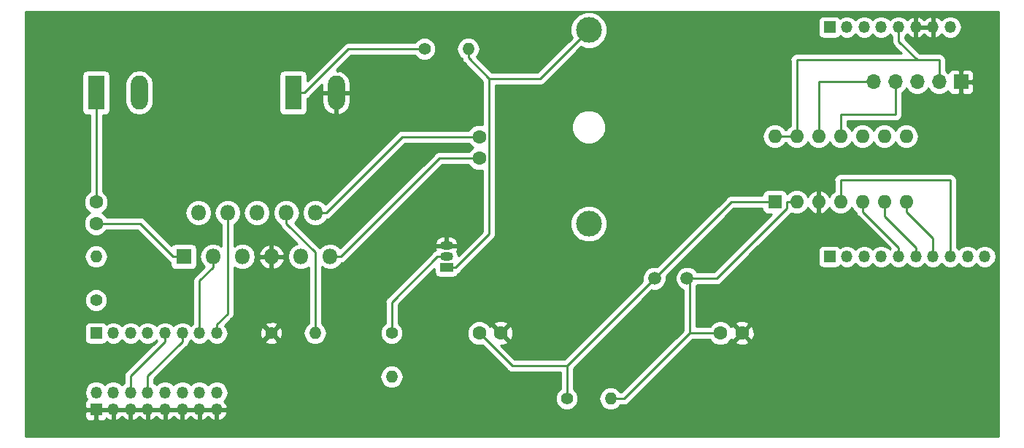
<source format=gbr>
G04 #@! TF.GenerationSoftware,KiCad,Pcbnew,5.0.2+dfsg1-1*
G04 #@! TF.CreationDate,2020-09-02T15:30:14-03:00*
G04 #@! TF.ProjectId,Quanser_Controller,5175616e-7365-4725-9f43-6f6e74726f6c,rev?*
G04 #@! TF.SameCoordinates,Original*
G04 #@! TF.FileFunction,Copper,L2,Bot*
G04 #@! TF.FilePolarity,Positive*
%FSLAX46Y46*%
G04 Gerber Fmt 4.6, Leading zero omitted, Abs format (unit mm)*
G04 Created by KiCad (PCBNEW 5.0.2+dfsg1-1) date qua 02 set 2020 15:30:14 -03*
%MOMM*%
%LPD*%
G01*
G04 APERTURE LIST*
G04 #@! TA.AperFunction,ComponentPad*
%ADD10R,1.800000X1.800000*%
G04 #@! TD*
G04 #@! TA.AperFunction,ComponentPad*
%ADD11O,1.800000X1.800000*%
G04 #@! TD*
G04 #@! TA.AperFunction,ComponentPad*
%ADD12R,1.700000X1.700000*%
G04 #@! TD*
G04 #@! TA.AperFunction,ComponentPad*
%ADD13O,1.700000X1.700000*%
G04 #@! TD*
G04 #@! TA.AperFunction,ComponentPad*
%ADD14C,1.500000*%
G04 #@! TD*
G04 #@! TA.AperFunction,ComponentPad*
%ADD15C,1.600000*%
G04 #@! TD*
G04 #@! TA.AperFunction,ComponentPad*
%ADD16C,3.000000*%
G04 #@! TD*
G04 #@! TA.AperFunction,ComponentPad*
%ADD17R,1.350000X1.350000*%
G04 #@! TD*
G04 #@! TA.AperFunction,ComponentPad*
%ADD18O,1.350000X1.350000*%
G04 #@! TD*
G04 #@! TA.AperFunction,ComponentPad*
%ADD19R,1.980000X3.960000*%
G04 #@! TD*
G04 #@! TA.AperFunction,ComponentPad*
%ADD20O,1.980000X3.960000*%
G04 #@! TD*
G04 #@! TA.AperFunction,ComponentPad*
%ADD21O,1.500000X1.050000*%
G04 #@! TD*
G04 #@! TA.AperFunction,ComponentPad*
%ADD22R,1.500000X1.050000*%
G04 #@! TD*
G04 #@! TA.AperFunction,ComponentPad*
%ADD23C,1.400000*%
G04 #@! TD*
G04 #@! TA.AperFunction,ComponentPad*
%ADD24O,1.400000X1.400000*%
G04 #@! TD*
G04 #@! TA.AperFunction,ComponentPad*
%ADD25O,1.600000X1.600000*%
G04 #@! TD*
G04 #@! TA.AperFunction,ComponentPad*
%ADD26R,1.600000X1.600000*%
G04 #@! TD*
G04 #@! TA.AperFunction,Conductor*
%ADD27C,0.250000*%
G04 #@! TD*
G04 #@! TA.AperFunction,Conductor*
%ADD28C,0.254000*%
G04 #@! TD*
G04 APERTURE END LIST*
D10*
G04 #@! TO.P,U1,1*
G04 #@! TO.N,Net-(C3-Pad2)*
X107950000Y-80010000D03*
D11*
G04 #@! TO.P,U1,2*
G04 #@! TO.N,Net-(C3-Pad1)*
X109650000Y-74930000D03*
G04 #@! TO.P,U1,3*
G04 #@! TO.N,PWM*
X111350000Y-80010000D03*
G04 #@! TO.P,U1,4*
G04 #@! TO.N,BRAKE*
X113050000Y-74930000D03*
G04 #@! TO.P,U1,5*
G04 #@! TO.N,+5V*
X114750000Y-80010000D03*
G04 #@! TO.P,U1,6*
G04 #@! TO.N,Net-(F1-Pad1)*
X116450000Y-74930000D03*
G04 #@! TO.P,U1,7*
G04 #@! TO.N,GND*
X118150000Y-80010000D03*
G04 #@! TO.P,U1,8*
G04 #@! TO.N,Net-(R2-Pad2)*
X119850000Y-74930000D03*
G04 #@! TO.P,U1,9*
G04 #@! TO.N,TH_FLAG*
X121550000Y-80010000D03*
G04 #@! TO.P,U1,10*
G04 #@! TO.N,Net-(C4-Pad2)*
X123250000Y-74930000D03*
G04 #@! TO.P,U1,11*
G04 #@! TO.N,Net-(C4-Pad1)*
X124950000Y-80010000D03*
G04 #@! TD*
D12*
G04 #@! TO.P,J2,1*
G04 #@! TO.N,GND*
X198120000Y-59690000D03*
D13*
G04 #@! TO.P,J2,2*
G04 #@! TO.N,+5V*
X195580000Y-59690000D03*
G04 #@! TO.P,J2,3*
G04 #@! TO.N,Net-(J2-Pad3)*
X193040000Y-59690000D03*
G04 #@! TO.P,J2,4*
G04 #@! TO.N,Net-(J2-Pad4)*
X190500000Y-59690000D03*
G04 #@! TO.P,J2,5*
G04 #@! TO.N,Net-(J2-Pad5)*
X187960000Y-59690000D03*
G04 #@! TD*
D14*
G04 #@! TO.P,Crystal1,1*
G04 #@! TO.N,Net-(C1-Pad1)*
X162560000Y-82550000D03*
G04 #@! TO.P,Crystal1,2*
G04 #@! TO.N,Net-(C2-Pad1)*
X166360000Y-82550000D03*
G04 #@! TD*
D15*
G04 #@! TO.P,C1,1*
G04 #@! TO.N,Net-(C1-Pad1)*
X142240000Y-88900000D03*
G04 #@! TO.P,C1,2*
G04 #@! TO.N,GND*
X144740000Y-88900000D03*
G04 #@! TD*
G04 #@! TO.P,C2,2*
G04 #@! TO.N,GND*
X172720000Y-88900000D03*
G04 #@! TO.P,C2,1*
G04 #@! TO.N,Net-(C2-Pad1)*
X170220000Y-88900000D03*
G04 #@! TD*
G04 #@! TO.P,C3,1*
G04 #@! TO.N,Net-(C3-Pad1)*
X97790000Y-73660000D03*
G04 #@! TO.P,C3,2*
G04 #@! TO.N,Net-(C3-Pad2)*
X97790000Y-76160000D03*
G04 #@! TD*
G04 #@! TO.P,C4,2*
G04 #@! TO.N,Net-(C4-Pad2)*
X142240000Y-66080000D03*
G04 #@! TO.P,C4,1*
G04 #@! TO.N,Net-(C4-Pad1)*
X142240000Y-68580000D03*
G04 #@! TD*
D16*
G04 #@! TO.P,F1,1*
G04 #@! TO.N,Net-(F1-Pad1)*
X154940000Y-76200000D03*
G04 #@! TO.P,F1,2*
G04 #@! TO.N,Net-(F1-Pad2)*
X154940000Y-53700000D03*
G04 #@! TD*
D17*
G04 #@! TO.P,J1,1*
G04 #@! TO.N,GND*
X97790000Y-97790000D03*
D18*
G04 #@! TO.P,J1,2*
G04 #@! TO.N,Net-(J1-Pad2)*
X97790000Y-95790000D03*
G04 #@! TO.P,J1,3*
G04 #@! TO.N,GND*
X99790000Y-97790000D03*
G04 #@! TO.P,J1,4*
G04 #@! TO.N,Net-(J1-Pad4)*
X99790000Y-95790000D03*
G04 #@! TO.P,J1,5*
G04 #@! TO.N,GND*
X101790000Y-97790000D03*
G04 #@! TO.P,J1,6*
G04 #@! TO.N,ELB1*
X101790000Y-95790000D03*
G04 #@! TO.P,J1,7*
G04 #@! TO.N,GND*
X103790000Y-97790000D03*
G04 #@! TO.P,J1,8*
G04 #@! TO.N,ELB2*
X103790000Y-95790000D03*
G04 #@! TO.P,J1,9*
G04 #@! TO.N,GND*
X105790000Y-97790000D03*
G04 #@! TO.P,J1,10*
G04 #@! TO.N,Net-(J1-Pad10)*
X105790000Y-95790000D03*
G04 #@! TO.P,J1,11*
G04 #@! TO.N,GND*
X107790000Y-97790000D03*
G04 #@! TO.P,J1,12*
G04 #@! TO.N,Net-(J1-Pad12)*
X107790000Y-95790000D03*
G04 #@! TO.P,J1,13*
G04 #@! TO.N,GND*
X109790000Y-97790000D03*
G04 #@! TO.P,J1,14*
G04 #@! TO.N,Net-(J1-Pad14)*
X109790000Y-95790000D03*
G04 #@! TO.P,J1,15*
G04 #@! TO.N,GND*
X111790000Y-97790000D03*
G04 #@! TO.P,J1,16*
G04 #@! TO.N,Net-(J1-Pad16)*
X111790000Y-95790000D03*
G04 #@! TD*
D17*
G04 #@! TO.P,J3,1*
G04 #@! TO.N,Net-(J3-Pad1)*
X182880000Y-80010000D03*
D18*
G04 #@! TO.P,J3,2*
G04 #@! TO.N,Net-(J3-Pad2)*
X184880000Y-80010000D03*
G04 #@! TO.P,J3,3*
G04 #@! TO.N,Net-(J3-Pad3)*
X186880000Y-80010000D03*
G04 #@! TO.P,J3,4*
G04 #@! TO.N,Net-(J3-Pad4)*
X188880000Y-80010000D03*
G04 #@! TO.P,J3,5*
G04 #@! TO.N,SCLK*
X190880000Y-80010000D03*
G04 #@! TO.P,J3,6*
G04 #@! TO.N,MISO*
X192880000Y-80010000D03*
G04 #@! TO.P,J3,7*
G04 #@! TO.N,MOSI*
X194880000Y-80010000D03*
G04 #@! TO.P,J3,8*
G04 #@! TO.N,#SS*
X196880000Y-80010000D03*
G04 #@! TO.P,J3,9*
G04 #@! TO.N,Net-(J3-Pad9)*
X198880000Y-80010000D03*
G04 #@! TO.P,J3,10*
G04 #@! TO.N,Net-(J3-Pad10)*
X200880000Y-80010000D03*
G04 #@! TD*
D17*
G04 #@! TO.P,J4,1*
G04 #@! TO.N,Net-(J4-Pad1)*
X97790000Y-88900000D03*
D18*
G04 #@! TO.P,J4,2*
G04 #@! TO.N,Net-(J4-Pad2)*
X99790000Y-88900000D03*
G04 #@! TO.P,J4,3*
G04 #@! TO.N,TH_FLAG*
X101790000Y-88900000D03*
G04 #@! TO.P,J4,4*
G04 #@! TO.N,DISABLE*
X103790000Y-88900000D03*
G04 #@! TO.P,J4,5*
G04 #@! TO.N,ELB1*
X105790000Y-88900000D03*
G04 #@! TO.P,J4,6*
G04 #@! TO.N,ELB2*
X107790000Y-88900000D03*
G04 #@! TO.P,J4,7*
G04 #@! TO.N,PWM*
X109790000Y-88900000D03*
G04 #@! TO.P,J4,8*
G04 #@! TO.N,BRAKE*
X111790000Y-88900000D03*
G04 #@! TD*
G04 #@! TO.P,J5,8*
G04 #@! TO.N,Net-(J5-Pad8)*
X196880000Y-53340000D03*
G04 #@! TO.P,J5,7*
G04 #@! TO.N,GND*
X194880000Y-53340000D03*
G04 #@! TO.P,J5,6*
X192880000Y-53340000D03*
G04 #@! TO.P,J5,5*
G04 #@! TO.N,+5V*
X190880000Y-53340000D03*
G04 #@! TO.P,J5,4*
G04 #@! TO.N,Net-(J5-Pad4)*
X188880000Y-53340000D03*
G04 #@! TO.P,J5,3*
G04 #@! TO.N,Net-(J5-Pad3)*
X186880000Y-53340000D03*
G04 #@! TO.P,J5,2*
G04 #@! TO.N,Net-(J5-Pad2)*
X184880000Y-53340000D03*
D17*
G04 #@! TO.P,J5,1*
G04 #@! TO.N,Net-(J5-Pad1)*
X182880000Y-53340000D03*
G04 #@! TD*
D19*
G04 #@! TO.P,J6,1*
G04 #@! TO.N,Net-(C3-Pad1)*
X97790000Y-60960000D03*
D20*
G04 #@! TO.P,J6,2*
G04 #@! TO.N,Net-(C4-Pad2)*
X102790000Y-60960000D03*
G04 #@! TD*
G04 #@! TO.P,J7,2*
G04 #@! TO.N,GND*
X125650000Y-60960000D03*
D19*
G04 #@! TO.P,J7,1*
G04 #@! TO.N,+28V*
X120650000Y-60960000D03*
G04 #@! TD*
D21*
G04 #@! TO.P,Q1,2*
G04 #@! TO.N,Net-(Q1-Pad2)*
X138430000Y-80010000D03*
G04 #@! TO.P,Q1,3*
G04 #@! TO.N,GND*
X138430000Y-78740000D03*
D22*
G04 #@! TO.P,Q1,1*
G04 #@! TO.N,Net-(F1-Pad2)*
X138430000Y-81280000D03*
G04 #@! TD*
D23*
G04 #@! TO.P,R1,1*
G04 #@! TO.N,Net-(C1-Pad1)*
X152400000Y-96520000D03*
D24*
G04 #@! TO.P,R1,2*
G04 #@! TO.N,Net-(C2-Pad1)*
X157480000Y-96520000D03*
G04 #@! TD*
G04 #@! TO.P,R2,2*
G04 #@! TO.N,Net-(R2-Pad2)*
X123190000Y-88900000D03*
D23*
G04 #@! TO.P,R2,1*
G04 #@! TO.N,GND*
X118110000Y-88900000D03*
G04 #@! TD*
G04 #@! TO.P,R3,1*
G04 #@! TO.N,TH_FLAG*
X97790000Y-85090000D03*
D24*
G04 #@! TO.P,R3,2*
G04 #@! TO.N,+5V*
X97790000Y-80010000D03*
G04 #@! TD*
D23*
G04 #@! TO.P,R4,1*
G04 #@! TO.N,Net-(Q1-Pad2)*
X132080000Y-88900000D03*
D24*
G04 #@! TO.P,R4,2*
G04 #@! TO.N,DISABLE*
X132080000Y-93980000D03*
G04 #@! TD*
G04 #@! TO.P,R5,2*
G04 #@! TO.N,Net-(F1-Pad2)*
X140970000Y-55880000D03*
D23*
G04 #@! TO.P,R5,1*
G04 #@! TO.N,+28V*
X135890000Y-55880000D03*
G04 #@! TD*
D25*
G04 #@! TO.P,U2,14*
G04 #@! TO.N,+5V*
X176530000Y-66040000D03*
G04 #@! TO.P,U2,7*
G04 #@! TO.N,MOSI*
X191770000Y-73660000D03*
G04 #@! TO.P,U2,13*
G04 #@! TO.N,+5V*
X179070000Y-66040000D03*
G04 #@! TO.P,U2,6*
G04 #@! TO.N,MISO*
X189230000Y-73660000D03*
G04 #@! TO.P,U2,12*
G04 #@! TO.N,Net-(J2-Pad5)*
X181610000Y-66040000D03*
G04 #@! TO.P,U2,5*
G04 #@! TO.N,SCLK*
X186690000Y-73660000D03*
G04 #@! TO.P,U2,11*
G04 #@! TO.N,Net-(J2-Pad4)*
X184150000Y-66040000D03*
G04 #@! TO.P,U2,4*
G04 #@! TO.N,#SS*
X184150000Y-73660000D03*
G04 #@! TO.P,U2,10*
G04 #@! TO.N,Net-(U2-Pad10)*
X186690000Y-66040000D03*
G04 #@! TO.P,U2,3*
G04 #@! TO.N,GND*
X181610000Y-73660000D03*
G04 #@! TO.P,U2,9*
G04 #@! TO.N,Net-(U2-Pad9)*
X189230000Y-66040000D03*
G04 #@! TO.P,U2,2*
G04 #@! TO.N,Net-(C2-Pad1)*
X179070000Y-73660000D03*
G04 #@! TO.P,U2,8*
G04 #@! TO.N,Net-(U2-Pad8)*
X191770000Y-66040000D03*
D26*
G04 #@! TO.P,U2,1*
G04 #@! TO.N,Net-(C1-Pad1)*
X176530000Y-73660000D03*
G04 #@! TD*
D27*
G04 #@! TO.N,Net-(C1-Pad1)*
X152400000Y-92710000D02*
X162560000Y-82550000D01*
X152400000Y-96520000D02*
X152400000Y-92710000D01*
X152400000Y-92710000D02*
X146050000Y-92710000D01*
X146050000Y-92710000D02*
X142240000Y-88900000D01*
X176530000Y-73660000D02*
X171450000Y-73660000D01*
X171450000Y-73660000D02*
X162560000Y-82550000D01*
G04 #@! TO.N,GND*
X118110000Y-88900000D02*
X118150000Y-88860000D01*
X181610000Y-74222600D02*
X181610000Y-73660000D01*
G04 #@! TO.N,Net-(C2-Pad1)*
X166651200Y-88900000D02*
X170220000Y-88900000D01*
X166651200Y-82550000D02*
X166360000Y-82550000D01*
X177944700Y-73660000D02*
X177944700Y-74363300D01*
X177944700Y-74363300D02*
X169758000Y-82550000D01*
X169758000Y-82550000D02*
X166651200Y-82550000D01*
X166651200Y-88900000D02*
X166651200Y-82550000D01*
X179070000Y-73660000D02*
X177944700Y-73660000D01*
X159031200Y-96520000D02*
X166651200Y-88900000D01*
X157480000Y-96520000D02*
X159031200Y-96520000D01*
G04 #@! TO.N,Net-(C3-Pad1)*
X97790000Y-60960000D02*
X97790000Y-73660000D01*
G04 #@! TO.N,Net-(C3-Pad2)*
X107950000Y-80010000D02*
X106724700Y-80010000D01*
X106724700Y-80010000D02*
X102874700Y-76160000D01*
X102874700Y-76160000D02*
X97790000Y-76160000D01*
G04 #@! TO.N,Net-(C4-Pad2)*
X123250000Y-74930000D02*
X124475300Y-74930000D01*
X124475300Y-74930000D02*
X133325300Y-66080000D01*
X133325300Y-66080000D02*
X142240000Y-66080000D01*
G04 #@! TO.N,Net-(C4-Pad1)*
X126175300Y-80010000D02*
X137605300Y-68580000D01*
X137605300Y-68580000D02*
X142240000Y-68580000D01*
X124950000Y-80010000D02*
X126175300Y-80010000D01*
G04 #@! TO.N,Net-(F1-Pad2)*
X143379200Y-59314500D02*
X140970000Y-56905300D01*
X139505300Y-81280000D02*
X143379200Y-77406100D01*
X143379200Y-77406100D02*
X143379200Y-59314500D01*
X143379200Y-59314500D02*
X149325500Y-59314500D01*
X149325500Y-59314500D02*
X154940000Y-53700000D01*
X140970000Y-55880000D02*
X140970000Y-56905300D01*
X138430000Y-81280000D02*
X139505300Y-81280000D01*
G04 #@! TO.N,ELB1*
X105790000Y-88900000D02*
X105790000Y-89900300D01*
X105790000Y-89900300D02*
X101790000Y-93900300D01*
X101790000Y-93900300D02*
X101790000Y-95790000D01*
G04 #@! TO.N,ELB2*
X107790000Y-88900000D02*
X107790000Y-89900300D01*
X107790000Y-89900300D02*
X103790000Y-93900300D01*
X103790000Y-93900300D02*
X103790000Y-95790000D01*
G04 #@! TO.N,+5V*
X190880000Y-53340000D02*
X190880000Y-54990000D01*
X190880000Y-54990000D02*
X193040000Y-57150000D01*
X193040000Y-57150000D02*
X195580000Y-57150000D01*
X195580000Y-57150000D02*
X195580000Y-59690000D01*
X193040000Y-57150000D02*
X179070000Y-57150000D01*
X179070000Y-57150000D02*
X179070000Y-66040000D01*
X179070000Y-66040000D02*
X176530000Y-66040000D01*
G04 #@! TO.N,Net-(J2-Pad4)*
X190500000Y-59690000D02*
X190500000Y-63500000D01*
X190500000Y-63500000D02*
X184150000Y-63500000D01*
X184150000Y-63500000D02*
X184150000Y-66040000D01*
G04 #@! TO.N,Net-(J2-Pad5)*
X187960000Y-59690000D02*
X181610000Y-59690000D01*
X181610000Y-59690000D02*
X181610000Y-66040000D01*
G04 #@! TO.N,SCLK*
X186690000Y-73660000D02*
X186690000Y-74785300D01*
X186690000Y-74785300D02*
X190880000Y-78975300D01*
X190880000Y-78975300D02*
X190880000Y-80010000D01*
G04 #@! TO.N,MISO*
X192880000Y-80010000D02*
X192880000Y-79009700D01*
X189230000Y-73660000D02*
X189230000Y-75359700D01*
X189230000Y-75359700D02*
X192880000Y-79009700D01*
G04 #@! TO.N,MOSI*
X191770000Y-73660000D02*
X191770000Y-74785300D01*
X191770000Y-74785300D02*
X194880000Y-77895300D01*
X194880000Y-77895300D02*
X194880000Y-80010000D01*
G04 #@! TO.N,#SS*
X184150000Y-73660000D02*
X184150000Y-71120000D01*
X184150000Y-71120000D02*
X196850000Y-71120000D01*
X196880000Y-71150000D02*
X196880000Y-80010000D01*
X196850000Y-71120000D02*
X196880000Y-71150000D01*
G04 #@! TO.N,PWM*
X111350000Y-80010000D02*
X111350000Y-81235300D01*
X111350000Y-81235300D02*
X109790000Y-82795300D01*
X109790000Y-82795300D02*
X109790000Y-88900000D01*
G04 #@! TO.N,BRAKE*
X111790000Y-88900000D02*
X111790000Y-87899700D01*
X113050000Y-74930000D02*
X113050000Y-86639700D01*
X113050000Y-86639700D02*
X111790000Y-87899700D01*
G04 #@! TO.N,+28V*
X120650000Y-60960000D02*
X121965300Y-60960000D01*
X135890000Y-55880000D02*
X127045300Y-55880000D01*
X127045300Y-55880000D02*
X121965300Y-60960000D01*
G04 #@! TO.N,Net-(Q1-Pad2)*
X138430000Y-80010000D02*
X137354700Y-80010000D01*
X132080000Y-88900000D02*
X132080000Y-85284700D01*
X132080000Y-85284700D02*
X137354700Y-80010000D01*
G04 #@! TO.N,Net-(R2-Pad2)*
X123190000Y-88900000D02*
X123190000Y-87874700D01*
X123190000Y-87874700D02*
X123190000Y-79495300D01*
X123190000Y-79495300D02*
X119850000Y-76155300D01*
X119850000Y-74930000D02*
X119850000Y-76155300D01*
G04 #@! TD*
D28*
G04 #@! TO.N,GND*
G36*
X202490001Y-100890000D02*
X89610000Y-100890000D01*
X89610000Y-98075750D01*
X96480000Y-98075750D01*
X96480000Y-98591309D01*
X96576673Y-98824698D01*
X96755301Y-99003327D01*
X96988690Y-99100000D01*
X97504250Y-99100000D01*
X97663000Y-98941250D01*
X97663000Y-97917000D01*
X97917000Y-97917000D01*
X97917000Y-98941250D01*
X98075750Y-99100000D01*
X98591310Y-99100000D01*
X98824699Y-99003327D01*
X99003327Y-98824698D01*
X99007803Y-98813891D01*
X99126367Y-98919478D01*
X99460600Y-99057910D01*
X99663000Y-98934224D01*
X99663000Y-97917000D01*
X99917000Y-97917000D01*
X99917000Y-98934224D01*
X100119400Y-99057910D01*
X100453633Y-98919478D01*
X100790000Y-98619926D01*
X101126367Y-98919478D01*
X101460600Y-99057910D01*
X101663000Y-98934224D01*
X101663000Y-97917000D01*
X101917000Y-97917000D01*
X101917000Y-98934224D01*
X102119400Y-99057910D01*
X102453633Y-98919478D01*
X102790000Y-98619926D01*
X103126367Y-98919478D01*
X103460600Y-99057910D01*
X103663000Y-98934224D01*
X103663000Y-97917000D01*
X103917000Y-97917000D01*
X103917000Y-98934224D01*
X104119400Y-99057910D01*
X104453633Y-98919478D01*
X104790000Y-98619926D01*
X105126367Y-98919478D01*
X105460600Y-99057910D01*
X105663000Y-98934224D01*
X105663000Y-97917000D01*
X105917000Y-97917000D01*
X105917000Y-98934224D01*
X106119400Y-99057910D01*
X106453633Y-98919478D01*
X106790000Y-98619926D01*
X107126367Y-98919478D01*
X107460600Y-99057910D01*
X107663000Y-98934224D01*
X107663000Y-97917000D01*
X107917000Y-97917000D01*
X107917000Y-98934224D01*
X108119400Y-99057910D01*
X108453633Y-98919478D01*
X108790000Y-98619926D01*
X109126367Y-98919478D01*
X109460600Y-99057910D01*
X109663000Y-98934224D01*
X109663000Y-97917000D01*
X109917000Y-97917000D01*
X109917000Y-98934224D01*
X110119400Y-99057910D01*
X110453633Y-98919478D01*
X110790000Y-98619926D01*
X111126367Y-98919478D01*
X111460600Y-99057910D01*
X111663000Y-98934224D01*
X111663000Y-97917000D01*
X111917000Y-97917000D01*
X111917000Y-98934224D01*
X112119400Y-99057910D01*
X112453633Y-98919478D01*
X112835349Y-98579540D01*
X113057920Y-98119402D01*
X112935090Y-97917000D01*
X111917000Y-97917000D01*
X111663000Y-97917000D01*
X109917000Y-97917000D01*
X109663000Y-97917000D01*
X107917000Y-97917000D01*
X107663000Y-97917000D01*
X105917000Y-97917000D01*
X105663000Y-97917000D01*
X103917000Y-97917000D01*
X103663000Y-97917000D01*
X101917000Y-97917000D01*
X101663000Y-97917000D01*
X99917000Y-97917000D01*
X99663000Y-97917000D01*
X97917000Y-97917000D01*
X97663000Y-97917000D01*
X96638750Y-97917000D01*
X96480000Y-98075750D01*
X89610000Y-98075750D01*
X89610000Y-95790000D01*
X96454336Y-95790000D01*
X96556007Y-96301136D01*
X96746198Y-96585776D01*
X96576673Y-96755302D01*
X96480000Y-96988691D01*
X96480000Y-97504250D01*
X96638750Y-97663000D01*
X97663000Y-97663000D01*
X97663000Y-97643000D01*
X97917000Y-97643000D01*
X97917000Y-97663000D01*
X99663000Y-97663000D01*
X99663000Y-97643000D01*
X99917000Y-97643000D01*
X99917000Y-97663000D01*
X101663000Y-97663000D01*
X101663000Y-97643000D01*
X101917000Y-97643000D01*
X101917000Y-97663000D01*
X103663000Y-97663000D01*
X103663000Y-97643000D01*
X103917000Y-97643000D01*
X103917000Y-97663000D01*
X105663000Y-97663000D01*
X105663000Y-97643000D01*
X105917000Y-97643000D01*
X105917000Y-97663000D01*
X107663000Y-97663000D01*
X107663000Y-97643000D01*
X107917000Y-97643000D01*
X107917000Y-97663000D01*
X109663000Y-97663000D01*
X109663000Y-97643000D01*
X109917000Y-97643000D01*
X109917000Y-97663000D01*
X111663000Y-97663000D01*
X111663000Y-97643000D01*
X111917000Y-97643000D01*
X111917000Y-97663000D01*
X112935090Y-97663000D01*
X113057920Y-97460598D01*
X112835349Y-97000460D01*
X112621446Y-96809968D01*
X112734457Y-96734457D01*
X113023993Y-96301136D01*
X113125664Y-95790000D01*
X113023993Y-95278864D01*
X112734457Y-94845543D01*
X112301136Y-94556007D01*
X111919022Y-94480000D01*
X111660978Y-94480000D01*
X111278864Y-94556007D01*
X110845543Y-94845543D01*
X110790000Y-94928669D01*
X110734457Y-94845543D01*
X110301136Y-94556007D01*
X109919022Y-94480000D01*
X109660978Y-94480000D01*
X109278864Y-94556007D01*
X108845543Y-94845543D01*
X108790000Y-94928669D01*
X108734457Y-94845543D01*
X108301136Y-94556007D01*
X107919022Y-94480000D01*
X107660978Y-94480000D01*
X107278864Y-94556007D01*
X106845543Y-94845543D01*
X106790000Y-94928669D01*
X106734457Y-94845543D01*
X106301136Y-94556007D01*
X105919022Y-94480000D01*
X105660978Y-94480000D01*
X105278864Y-94556007D01*
X104845543Y-94845543D01*
X104790000Y-94928669D01*
X104734457Y-94845543D01*
X104550000Y-94722293D01*
X104550000Y-94215101D01*
X104785101Y-93980000D01*
X130718846Y-93980000D01*
X130822458Y-94500891D01*
X131117519Y-94942481D01*
X131559109Y-95237542D01*
X131948515Y-95315000D01*
X132211485Y-95315000D01*
X132600891Y-95237542D01*
X133042481Y-94942481D01*
X133337542Y-94500891D01*
X133441154Y-93980000D01*
X133337542Y-93459109D01*
X133042481Y-93017519D01*
X132600891Y-92722458D01*
X132211485Y-92645000D01*
X131948515Y-92645000D01*
X131559109Y-92722458D01*
X131117519Y-93017519D01*
X130822458Y-93459109D01*
X130718846Y-93980000D01*
X104785101Y-93980000D01*
X108274473Y-90490629D01*
X108337929Y-90448229D01*
X108505904Y-90196837D01*
X108550000Y-89975152D01*
X108550000Y-89975148D01*
X108551707Y-89966567D01*
X108734457Y-89844457D01*
X108790000Y-89761331D01*
X108845543Y-89844457D01*
X109278864Y-90133993D01*
X109660978Y-90210000D01*
X109919022Y-90210000D01*
X110301136Y-90133993D01*
X110734457Y-89844457D01*
X110790000Y-89761331D01*
X110845543Y-89844457D01*
X111278864Y-90133993D01*
X111660978Y-90210000D01*
X111919022Y-90210000D01*
X112301136Y-90133993D01*
X112734457Y-89844457D01*
X112740592Y-89835275D01*
X117354331Y-89835275D01*
X117416169Y-90071042D01*
X117917122Y-90247419D01*
X118447440Y-90218664D01*
X118803831Y-90071042D01*
X118865669Y-89835275D01*
X118110000Y-89079605D01*
X117354331Y-89835275D01*
X112740592Y-89835275D01*
X113023993Y-89411136D01*
X113125664Y-88900000D01*
X113087299Y-88707122D01*
X116762581Y-88707122D01*
X116791336Y-89237440D01*
X116938958Y-89593831D01*
X117174725Y-89655669D01*
X117930395Y-88900000D01*
X118289605Y-88900000D01*
X119045275Y-89655669D01*
X119281042Y-89593831D01*
X119457419Y-89092878D01*
X119428664Y-88562560D01*
X119281042Y-88206169D01*
X119045275Y-88144331D01*
X118289605Y-88900000D01*
X117930395Y-88900000D01*
X117174725Y-88144331D01*
X116938958Y-88206169D01*
X116762581Y-88707122D01*
X113087299Y-88707122D01*
X113023993Y-88388864D01*
X112764298Y-88000203D01*
X112799776Y-87964725D01*
X117354331Y-87964725D01*
X118110000Y-88720395D01*
X118865669Y-87964725D01*
X118803831Y-87728958D01*
X118302878Y-87552581D01*
X117772560Y-87581336D01*
X117416169Y-87728958D01*
X117354331Y-87964725D01*
X112799776Y-87964725D01*
X113534473Y-87230029D01*
X113597929Y-87187629D01*
X113765904Y-86936237D01*
X113810000Y-86714552D01*
X113810000Y-86714548D01*
X113824888Y-86639701D01*
X113810000Y-86564854D01*
X113810000Y-81228040D01*
X114151073Y-81455938D01*
X114598818Y-81545000D01*
X114901182Y-81545000D01*
X115348927Y-81455938D01*
X115856673Y-81116673D01*
X116195938Y-80608927D01*
X116242520Y-80374740D01*
X116658964Y-80374740D01*
X116837760Y-80806417D01*
X117242424Y-81247966D01*
X117785258Y-81501046D01*
X118023000Y-81380997D01*
X118023000Y-80137000D01*
X118277000Y-80137000D01*
X118277000Y-81380997D01*
X118514742Y-81501046D01*
X119057576Y-81247966D01*
X119462240Y-80806417D01*
X119641036Y-80374740D01*
X119520378Y-80137000D01*
X118277000Y-80137000D01*
X118023000Y-80137000D01*
X116779622Y-80137000D01*
X116658964Y-80374740D01*
X116242520Y-80374740D01*
X116315072Y-80010000D01*
X116242521Y-79645260D01*
X116658964Y-79645260D01*
X116779622Y-79883000D01*
X118023000Y-79883000D01*
X118023000Y-78639003D01*
X118277000Y-78639003D01*
X118277000Y-79883000D01*
X119520378Y-79883000D01*
X119641036Y-79645260D01*
X119462240Y-79213583D01*
X119057576Y-78772034D01*
X118514742Y-78518954D01*
X118277000Y-78639003D01*
X118023000Y-78639003D01*
X117785258Y-78518954D01*
X117242424Y-78772034D01*
X116837760Y-79213583D01*
X116658964Y-79645260D01*
X116242521Y-79645260D01*
X116195938Y-79411073D01*
X115856673Y-78903327D01*
X115348927Y-78564062D01*
X114901182Y-78475000D01*
X114598818Y-78475000D01*
X114151073Y-78564062D01*
X113810000Y-78791960D01*
X113810000Y-76268312D01*
X114156673Y-76036673D01*
X114495938Y-75528927D01*
X114615072Y-74930000D01*
X114884928Y-74930000D01*
X115004062Y-75528927D01*
X115343327Y-76036673D01*
X115851073Y-76375938D01*
X116298818Y-76465000D01*
X116601182Y-76465000D01*
X117048927Y-76375938D01*
X117556673Y-76036673D01*
X117895938Y-75528927D01*
X118015072Y-74930000D01*
X118284928Y-74930000D01*
X118404062Y-75528927D01*
X118743327Y-76036673D01*
X119098755Y-76274163D01*
X119134097Y-76451837D01*
X119253952Y-76631212D01*
X119302072Y-76703229D01*
X119365528Y-76745629D01*
X121145321Y-78525424D01*
X120951073Y-78564062D01*
X120443327Y-78903327D01*
X120104062Y-79411073D01*
X119984928Y-80010000D01*
X120104062Y-80608927D01*
X120443327Y-81116673D01*
X120951073Y-81455938D01*
X121398818Y-81545000D01*
X121701182Y-81545000D01*
X122148927Y-81455938D01*
X122430001Y-81268131D01*
X122430000Y-87802226D01*
X122227519Y-87937519D01*
X121932458Y-88379109D01*
X121828846Y-88900000D01*
X121932458Y-89420891D01*
X122227519Y-89862481D01*
X122669109Y-90157542D01*
X123058515Y-90235000D01*
X123321485Y-90235000D01*
X123710891Y-90157542D01*
X124152481Y-89862481D01*
X124447542Y-89420891D01*
X124551154Y-88900000D01*
X124447542Y-88379109D01*
X124152481Y-87937519D01*
X123950000Y-87802226D01*
X123950000Y-81187950D01*
X124351073Y-81455938D01*
X124798818Y-81545000D01*
X125101182Y-81545000D01*
X125548927Y-81455938D01*
X126056673Y-81116673D01*
X126294162Y-80761246D01*
X126471837Y-80725904D01*
X126723229Y-80557929D01*
X126765631Y-80494470D01*
X128825911Y-78434190D01*
X137086036Y-78434190D01*
X137211837Y-78613000D01*
X138303000Y-78613000D01*
X138303000Y-77733407D01*
X138557000Y-77733407D01*
X138557000Y-78613000D01*
X139648163Y-78613000D01*
X139773964Y-78434190D01*
X139765266Y-78372664D01*
X139540179Y-77975745D01*
X139180331Y-77695177D01*
X138740506Y-77573674D01*
X138557000Y-77733407D01*
X138303000Y-77733407D01*
X138119494Y-77573674D01*
X137679669Y-77695177D01*
X137319821Y-77975745D01*
X137094734Y-78372664D01*
X137086036Y-78434190D01*
X128825911Y-78434190D01*
X137920102Y-69340000D01*
X141001570Y-69340000D01*
X141023466Y-69392862D01*
X141427138Y-69796534D01*
X141954561Y-70015000D01*
X142525439Y-70015000D01*
X142619200Y-69976163D01*
X142619200Y-77091298D01*
X139814958Y-79895541D01*
X139747695Y-79557391D01*
X139619146Y-79365004D01*
X139765266Y-79107336D01*
X139773964Y-79045810D01*
X139648163Y-78867000D01*
X138854710Y-78867000D01*
X138769246Y-78850000D01*
X138090754Y-78850000D01*
X138005290Y-78867000D01*
X137211837Y-78867000D01*
X137086036Y-79045810D01*
X137094734Y-79107336D01*
X137186200Y-79268628D01*
X137058163Y-79294096D01*
X136806771Y-79462071D01*
X136764371Y-79525527D01*
X131595528Y-84694371D01*
X131532072Y-84736771D01*
X131489672Y-84800227D01*
X131489671Y-84800228D01*
X131364097Y-84988163D01*
X131305112Y-85284700D01*
X131320001Y-85359552D01*
X131320000Y-87772025D01*
X130948242Y-88143783D01*
X130745000Y-88634452D01*
X130745000Y-89165548D01*
X130948242Y-89656217D01*
X131323783Y-90031758D01*
X131814452Y-90235000D01*
X132345548Y-90235000D01*
X132836217Y-90031758D01*
X133211758Y-89656217D01*
X133415000Y-89165548D01*
X133415000Y-88634452D01*
X133406761Y-88614561D01*
X140805000Y-88614561D01*
X140805000Y-89185439D01*
X141023466Y-89712862D01*
X141427138Y-90116534D01*
X141954561Y-90335000D01*
X142525439Y-90335000D01*
X142578302Y-90313103D01*
X145459671Y-93194473D01*
X145502071Y-93257929D01*
X145565527Y-93300329D01*
X145753462Y-93425904D01*
X145801605Y-93435480D01*
X145975148Y-93470000D01*
X145975152Y-93470000D01*
X146050000Y-93484888D01*
X146124848Y-93470000D01*
X151640001Y-93470000D01*
X151640000Y-95392025D01*
X151268242Y-95763783D01*
X151065000Y-96254452D01*
X151065000Y-96785548D01*
X151268242Y-97276217D01*
X151643783Y-97651758D01*
X152134452Y-97855000D01*
X152665548Y-97855000D01*
X153156217Y-97651758D01*
X153531758Y-97276217D01*
X153735000Y-96785548D01*
X153735000Y-96254452D01*
X153531758Y-95763783D01*
X153160000Y-95392025D01*
X153160000Y-93024801D01*
X162259966Y-83924835D01*
X162284506Y-83935000D01*
X162835494Y-83935000D01*
X163344540Y-83724147D01*
X163734147Y-83334540D01*
X163945000Y-82825494D01*
X163945000Y-82274506D01*
X163934835Y-82249966D01*
X171764802Y-74420000D01*
X175082560Y-74420000D01*
X175082560Y-74460000D01*
X175131843Y-74707765D01*
X175272191Y-74917809D01*
X175482235Y-75058157D01*
X175730000Y-75107440D01*
X176125758Y-75107440D01*
X169443199Y-81790000D01*
X167544312Y-81790000D01*
X167534147Y-81765460D01*
X167144540Y-81375853D01*
X166635494Y-81165000D01*
X166084506Y-81165000D01*
X165575460Y-81375853D01*
X165185853Y-81765460D01*
X164975000Y-82274506D01*
X164975000Y-82825494D01*
X165185853Y-83334540D01*
X165575460Y-83724147D01*
X165891201Y-83854931D01*
X165891200Y-88585197D01*
X158716399Y-95760000D01*
X158577774Y-95760000D01*
X158442481Y-95557519D01*
X158000891Y-95262458D01*
X157611485Y-95185000D01*
X157348515Y-95185000D01*
X156959109Y-95262458D01*
X156517519Y-95557519D01*
X156222458Y-95999109D01*
X156118846Y-96520000D01*
X156222458Y-97040891D01*
X156517519Y-97482481D01*
X156959109Y-97777542D01*
X157348515Y-97855000D01*
X157611485Y-97855000D01*
X158000891Y-97777542D01*
X158442481Y-97482481D01*
X158577774Y-97280000D01*
X158956353Y-97280000D01*
X159031200Y-97294888D01*
X159106047Y-97280000D01*
X159106052Y-97280000D01*
X159327737Y-97235904D01*
X159579129Y-97067929D01*
X159621531Y-97004470D01*
X166966003Y-89660000D01*
X168981570Y-89660000D01*
X169003466Y-89712862D01*
X169407138Y-90116534D01*
X169934561Y-90335000D01*
X170505439Y-90335000D01*
X171032862Y-90116534D01*
X171241651Y-89907745D01*
X171891861Y-89907745D01*
X171965995Y-90153864D01*
X172503223Y-90346965D01*
X173073454Y-90319778D01*
X173474005Y-90153864D01*
X173548139Y-89907745D01*
X172720000Y-89079605D01*
X171891861Y-89907745D01*
X171241651Y-89907745D01*
X171436534Y-89712862D01*
X171463525Y-89647701D01*
X171466136Y-89654005D01*
X171712255Y-89728139D01*
X172540395Y-88900000D01*
X172899605Y-88900000D01*
X173727745Y-89728139D01*
X173973864Y-89654005D01*
X174166965Y-89116777D01*
X174139778Y-88546546D01*
X173973864Y-88145995D01*
X173727745Y-88071861D01*
X172899605Y-88900000D01*
X172540395Y-88900000D01*
X171712255Y-88071861D01*
X171466136Y-88145995D01*
X171463710Y-88152746D01*
X171436534Y-88087138D01*
X171241651Y-87892255D01*
X171891861Y-87892255D01*
X172720000Y-88720395D01*
X173548139Y-87892255D01*
X173474005Y-87646136D01*
X172936777Y-87453035D01*
X172366546Y-87480222D01*
X171965995Y-87646136D01*
X171891861Y-87892255D01*
X171241651Y-87892255D01*
X171032862Y-87683466D01*
X170505439Y-87465000D01*
X169934561Y-87465000D01*
X169407138Y-87683466D01*
X169003466Y-88087138D01*
X168981570Y-88140000D01*
X167411200Y-88140000D01*
X167411200Y-83457487D01*
X167534147Y-83334540D01*
X167544312Y-83310000D01*
X169683153Y-83310000D01*
X169758000Y-83324888D01*
X169832847Y-83310000D01*
X169832852Y-83310000D01*
X170054537Y-83265904D01*
X170305929Y-83097929D01*
X170348331Y-83034470D01*
X174047801Y-79335000D01*
X181557560Y-79335000D01*
X181557560Y-80685000D01*
X181606843Y-80932765D01*
X181747191Y-81142809D01*
X181957235Y-81283157D01*
X182205000Y-81332440D01*
X183555000Y-81332440D01*
X183802765Y-81283157D01*
X184012809Y-81142809D01*
X184075968Y-81048286D01*
X184368864Y-81243993D01*
X184750978Y-81320000D01*
X185009022Y-81320000D01*
X185391136Y-81243993D01*
X185824457Y-80954457D01*
X185880000Y-80871331D01*
X185935543Y-80954457D01*
X186368864Y-81243993D01*
X186750978Y-81320000D01*
X187009022Y-81320000D01*
X187391136Y-81243993D01*
X187824457Y-80954457D01*
X187880000Y-80871331D01*
X187935543Y-80954457D01*
X188368864Y-81243993D01*
X188750978Y-81320000D01*
X189009022Y-81320000D01*
X189391136Y-81243993D01*
X189824457Y-80954457D01*
X189880000Y-80871331D01*
X189935543Y-80954457D01*
X190368864Y-81243993D01*
X190750978Y-81320000D01*
X191009022Y-81320000D01*
X191391136Y-81243993D01*
X191824457Y-80954457D01*
X191880000Y-80871331D01*
X191935543Y-80954457D01*
X192368864Y-81243993D01*
X192750978Y-81320000D01*
X193009022Y-81320000D01*
X193391136Y-81243993D01*
X193824457Y-80954457D01*
X193880000Y-80871331D01*
X193935543Y-80954457D01*
X194368864Y-81243993D01*
X194750978Y-81320000D01*
X195009022Y-81320000D01*
X195391136Y-81243993D01*
X195824457Y-80954457D01*
X195880000Y-80871331D01*
X195935543Y-80954457D01*
X196368864Y-81243993D01*
X196750978Y-81320000D01*
X197009022Y-81320000D01*
X197391136Y-81243993D01*
X197824457Y-80954457D01*
X197880000Y-80871331D01*
X197935543Y-80954457D01*
X198368864Y-81243993D01*
X198750978Y-81320000D01*
X199009022Y-81320000D01*
X199391136Y-81243993D01*
X199824457Y-80954457D01*
X199880000Y-80871331D01*
X199935543Y-80954457D01*
X200368864Y-81243993D01*
X200750978Y-81320000D01*
X201009022Y-81320000D01*
X201391136Y-81243993D01*
X201824457Y-80954457D01*
X202113993Y-80521136D01*
X202215664Y-80010000D01*
X202113993Y-79498864D01*
X201824457Y-79065543D01*
X201391136Y-78776007D01*
X201009022Y-78700000D01*
X200750978Y-78700000D01*
X200368864Y-78776007D01*
X199935543Y-79065543D01*
X199880000Y-79148669D01*
X199824457Y-79065543D01*
X199391136Y-78776007D01*
X199009022Y-78700000D01*
X198750978Y-78700000D01*
X198368864Y-78776007D01*
X197935543Y-79065543D01*
X197880000Y-79148669D01*
X197824457Y-79065543D01*
X197640000Y-78942293D01*
X197640000Y-71224846D01*
X197654888Y-71149999D01*
X197640000Y-71075152D01*
X197640000Y-71075148D01*
X197595904Y-70853463D01*
X197427929Y-70602071D01*
X197409945Y-70590055D01*
X197397929Y-70572071D01*
X197146537Y-70404096D01*
X196924852Y-70360000D01*
X196924847Y-70360000D01*
X196850000Y-70345112D01*
X196775153Y-70360000D01*
X184224852Y-70360000D01*
X184150000Y-70345111D01*
X184075148Y-70360000D01*
X183853463Y-70404096D01*
X183602071Y-70572071D01*
X183434096Y-70823463D01*
X183375111Y-71120000D01*
X183390001Y-71194857D01*
X183390000Y-72441956D01*
X183115423Y-72625423D01*
X182859053Y-73009108D01*
X182762389Y-72804866D01*
X182347423Y-72428959D01*
X181959039Y-72268096D01*
X181737000Y-72390085D01*
X181737000Y-73533000D01*
X181757000Y-73533000D01*
X181757000Y-73787000D01*
X181737000Y-73787000D01*
X181737000Y-74929915D01*
X181959039Y-75051904D01*
X182347423Y-74891041D01*
X182762389Y-74515134D01*
X182859053Y-74310892D01*
X183115423Y-74694577D01*
X183590091Y-75011740D01*
X184008667Y-75095000D01*
X184291333Y-75095000D01*
X184709909Y-75011740D01*
X185184577Y-74694577D01*
X185420000Y-74342242D01*
X185655423Y-74694577D01*
X185934106Y-74880787D01*
X185974097Y-75081837D01*
X186070783Y-75226537D01*
X186142072Y-75333229D01*
X186205528Y-75375629D01*
X189919480Y-79089582D01*
X189880000Y-79148669D01*
X189824457Y-79065543D01*
X189391136Y-78776007D01*
X189009022Y-78700000D01*
X188750978Y-78700000D01*
X188368864Y-78776007D01*
X187935543Y-79065543D01*
X187880000Y-79148669D01*
X187824457Y-79065543D01*
X187391136Y-78776007D01*
X187009022Y-78700000D01*
X186750978Y-78700000D01*
X186368864Y-78776007D01*
X185935543Y-79065543D01*
X185880000Y-79148669D01*
X185824457Y-79065543D01*
X185391136Y-78776007D01*
X185009022Y-78700000D01*
X184750978Y-78700000D01*
X184368864Y-78776007D01*
X184075968Y-78971714D01*
X184012809Y-78877191D01*
X183802765Y-78736843D01*
X183555000Y-78687560D01*
X182205000Y-78687560D01*
X181957235Y-78736843D01*
X181747191Y-78877191D01*
X181606843Y-79087235D01*
X181557560Y-79335000D01*
X174047801Y-79335000D01*
X178426749Y-74956053D01*
X178510091Y-75011740D01*
X178928667Y-75095000D01*
X179211333Y-75095000D01*
X179629909Y-75011740D01*
X180104577Y-74694577D01*
X180360947Y-74310892D01*
X180457611Y-74515134D01*
X180872577Y-74891041D01*
X181260961Y-75051904D01*
X181483000Y-74929915D01*
X181483000Y-73787000D01*
X181463000Y-73787000D01*
X181463000Y-73533000D01*
X181483000Y-73533000D01*
X181483000Y-72390085D01*
X181260961Y-72268096D01*
X180872577Y-72428959D01*
X180457611Y-72804866D01*
X180360947Y-73009108D01*
X180104577Y-72625423D01*
X179629909Y-72308260D01*
X179211333Y-72225000D01*
X178928667Y-72225000D01*
X178510091Y-72308260D01*
X178035423Y-72625423D01*
X177954785Y-72746106D01*
X177928157Y-72612235D01*
X177787809Y-72402191D01*
X177577765Y-72261843D01*
X177330000Y-72212560D01*
X175730000Y-72212560D01*
X175482235Y-72261843D01*
X175272191Y-72402191D01*
X175131843Y-72612235D01*
X175082560Y-72860000D01*
X175082560Y-72900000D01*
X171524848Y-72900000D01*
X171450000Y-72885112D01*
X171375152Y-72900000D01*
X171375148Y-72900000D01*
X171153463Y-72944096D01*
X170902071Y-73112071D01*
X170859671Y-73175527D01*
X162860034Y-81175165D01*
X162835494Y-81165000D01*
X162284506Y-81165000D01*
X161775460Y-81375853D01*
X161385853Y-81765460D01*
X161175000Y-82274506D01*
X161175000Y-82825494D01*
X161185165Y-82850034D01*
X152085199Y-91950000D01*
X146364802Y-91950000D01*
X144750911Y-90336109D01*
X145093454Y-90319778D01*
X145494005Y-90153864D01*
X145568139Y-89907745D01*
X144740000Y-89079605D01*
X144725858Y-89093748D01*
X144546252Y-88914142D01*
X144560395Y-88900000D01*
X144919605Y-88900000D01*
X145747745Y-89728139D01*
X145993864Y-89654005D01*
X146186965Y-89116777D01*
X146159778Y-88546546D01*
X145993864Y-88145995D01*
X145747745Y-88071861D01*
X144919605Y-88900000D01*
X144560395Y-88900000D01*
X143732255Y-88071861D01*
X143486136Y-88145995D01*
X143483710Y-88152746D01*
X143456534Y-88087138D01*
X143261651Y-87892255D01*
X143911861Y-87892255D01*
X144740000Y-88720395D01*
X145568139Y-87892255D01*
X145494005Y-87646136D01*
X144956777Y-87453035D01*
X144386546Y-87480222D01*
X143985995Y-87646136D01*
X143911861Y-87892255D01*
X143261651Y-87892255D01*
X143052862Y-87683466D01*
X142525439Y-87465000D01*
X141954561Y-87465000D01*
X141427138Y-87683466D01*
X141023466Y-88087138D01*
X140805000Y-88614561D01*
X133406761Y-88614561D01*
X133211758Y-88143783D01*
X132840000Y-87772025D01*
X132840000Y-85599501D01*
X137032560Y-81406942D01*
X137032560Y-81805000D01*
X137081843Y-82052765D01*
X137222191Y-82262809D01*
X137432235Y-82403157D01*
X137680000Y-82452440D01*
X139180000Y-82452440D01*
X139427765Y-82403157D01*
X139637809Y-82262809D01*
X139778157Y-82052765D01*
X139788958Y-81998466D01*
X139801837Y-81995904D01*
X140053229Y-81827929D01*
X140095631Y-81764470D01*
X143863673Y-77996429D01*
X143927129Y-77954029D01*
X144095104Y-77702637D01*
X144139200Y-77480952D01*
X144139200Y-77480947D01*
X144154088Y-77406100D01*
X144139200Y-77331253D01*
X144139200Y-75775322D01*
X152805000Y-75775322D01*
X152805000Y-76624678D01*
X153130034Y-77409380D01*
X153730620Y-78009966D01*
X154515322Y-78335000D01*
X155364678Y-78335000D01*
X156149380Y-78009966D01*
X156749966Y-77409380D01*
X157075000Y-76624678D01*
X157075000Y-75775322D01*
X156749966Y-74990620D01*
X156149380Y-74390034D01*
X155364678Y-74065000D01*
X154515322Y-74065000D01*
X153730620Y-74390034D01*
X153130034Y-74990620D01*
X152805000Y-75775322D01*
X144139200Y-75775322D01*
X144139200Y-64555159D01*
X152955000Y-64555159D01*
X152955000Y-65344841D01*
X153257199Y-66074412D01*
X153815588Y-66632801D01*
X154545159Y-66935000D01*
X155334841Y-66935000D01*
X156064412Y-66632801D01*
X156622801Y-66074412D01*
X156637054Y-66040000D01*
X175066887Y-66040000D01*
X175178260Y-66599909D01*
X175495423Y-67074577D01*
X175970091Y-67391740D01*
X176388667Y-67475000D01*
X176671333Y-67475000D01*
X177089909Y-67391740D01*
X177564577Y-67074577D01*
X177748043Y-66800000D01*
X177851957Y-66800000D01*
X178035423Y-67074577D01*
X178510091Y-67391740D01*
X178928667Y-67475000D01*
X179211333Y-67475000D01*
X179629909Y-67391740D01*
X180104577Y-67074577D01*
X180340000Y-66722242D01*
X180575423Y-67074577D01*
X181050091Y-67391740D01*
X181468667Y-67475000D01*
X181751333Y-67475000D01*
X182169909Y-67391740D01*
X182644577Y-67074577D01*
X182880000Y-66722242D01*
X183115423Y-67074577D01*
X183590091Y-67391740D01*
X184008667Y-67475000D01*
X184291333Y-67475000D01*
X184709909Y-67391740D01*
X185184577Y-67074577D01*
X185420000Y-66722242D01*
X185655423Y-67074577D01*
X186130091Y-67391740D01*
X186548667Y-67475000D01*
X186831333Y-67475000D01*
X187249909Y-67391740D01*
X187724577Y-67074577D01*
X187960000Y-66722242D01*
X188195423Y-67074577D01*
X188670091Y-67391740D01*
X189088667Y-67475000D01*
X189371333Y-67475000D01*
X189789909Y-67391740D01*
X190264577Y-67074577D01*
X190500000Y-66722242D01*
X190735423Y-67074577D01*
X191210091Y-67391740D01*
X191628667Y-67475000D01*
X191911333Y-67475000D01*
X192329909Y-67391740D01*
X192804577Y-67074577D01*
X193121740Y-66599909D01*
X193233113Y-66040000D01*
X193121740Y-65480091D01*
X192804577Y-65005423D01*
X192329909Y-64688260D01*
X191911333Y-64605000D01*
X191628667Y-64605000D01*
X191210091Y-64688260D01*
X190735423Y-65005423D01*
X190500000Y-65357758D01*
X190264577Y-65005423D01*
X189789909Y-64688260D01*
X189371333Y-64605000D01*
X189088667Y-64605000D01*
X188670091Y-64688260D01*
X188195423Y-65005423D01*
X187960000Y-65357758D01*
X187724577Y-65005423D01*
X187249909Y-64688260D01*
X186831333Y-64605000D01*
X186548667Y-64605000D01*
X186130091Y-64688260D01*
X185655423Y-65005423D01*
X185420000Y-65357758D01*
X185184577Y-65005423D01*
X184910000Y-64821957D01*
X184910000Y-64260000D01*
X190425148Y-64260000D01*
X190500000Y-64274889D01*
X190796537Y-64215904D01*
X191047929Y-64047929D01*
X191215904Y-63796537D01*
X191260000Y-63574852D01*
X191274889Y-63500000D01*
X191260000Y-63425148D01*
X191260000Y-60968178D01*
X191570625Y-60760625D01*
X191770000Y-60462239D01*
X191969375Y-60760625D01*
X192460582Y-61088839D01*
X192893744Y-61175000D01*
X193186256Y-61175000D01*
X193619418Y-61088839D01*
X194110625Y-60760625D01*
X194310000Y-60462239D01*
X194509375Y-60760625D01*
X195000582Y-61088839D01*
X195433744Y-61175000D01*
X195726256Y-61175000D01*
X196159418Y-61088839D01*
X196650625Y-60760625D01*
X196665096Y-60738967D01*
X196731673Y-60899698D01*
X196910301Y-61078327D01*
X197143690Y-61175000D01*
X197834250Y-61175000D01*
X197993000Y-61016250D01*
X197993000Y-59817000D01*
X198247000Y-59817000D01*
X198247000Y-61016250D01*
X198405750Y-61175000D01*
X199096310Y-61175000D01*
X199329699Y-61078327D01*
X199508327Y-60899698D01*
X199605000Y-60666309D01*
X199605000Y-59975750D01*
X199446250Y-59817000D01*
X198247000Y-59817000D01*
X197993000Y-59817000D01*
X197973000Y-59817000D01*
X197973000Y-59563000D01*
X197993000Y-59563000D01*
X197993000Y-58363750D01*
X198247000Y-58363750D01*
X198247000Y-59563000D01*
X199446250Y-59563000D01*
X199605000Y-59404250D01*
X199605000Y-58713691D01*
X199508327Y-58480302D01*
X199329699Y-58301673D01*
X199096310Y-58205000D01*
X198405750Y-58205000D01*
X198247000Y-58363750D01*
X197993000Y-58363750D01*
X197834250Y-58205000D01*
X197143690Y-58205000D01*
X196910301Y-58301673D01*
X196731673Y-58480302D01*
X196665096Y-58641033D01*
X196650625Y-58619375D01*
X196340000Y-58411822D01*
X196340000Y-57224852D01*
X196354889Y-57150000D01*
X196295904Y-56853463D01*
X196127929Y-56602071D01*
X195876537Y-56434096D01*
X195654852Y-56390000D01*
X195580000Y-56375111D01*
X195505148Y-56390000D01*
X193354803Y-56390000D01*
X191640000Y-54675199D01*
X191640000Y-54407707D01*
X191824457Y-54284457D01*
X191893156Y-54181642D01*
X192216367Y-54469478D01*
X192550600Y-54607910D01*
X192753000Y-54484224D01*
X192753000Y-53467000D01*
X193007000Y-53467000D01*
X193007000Y-54484224D01*
X193209400Y-54607910D01*
X193543633Y-54469478D01*
X193880000Y-54169926D01*
X194216367Y-54469478D01*
X194550600Y-54607910D01*
X194753000Y-54484224D01*
X194753000Y-53467000D01*
X193007000Y-53467000D01*
X192753000Y-53467000D01*
X192733000Y-53467000D01*
X192733000Y-53213000D01*
X192753000Y-53213000D01*
X192753000Y-52195776D01*
X193007000Y-52195776D01*
X193007000Y-53213000D01*
X194753000Y-53213000D01*
X194753000Y-52195776D01*
X195007000Y-52195776D01*
X195007000Y-53213000D01*
X195027000Y-53213000D01*
X195027000Y-53467000D01*
X195007000Y-53467000D01*
X195007000Y-54484224D01*
X195209400Y-54607910D01*
X195543633Y-54469478D01*
X195866844Y-54181642D01*
X195935543Y-54284457D01*
X196368864Y-54573993D01*
X196750978Y-54650000D01*
X197009022Y-54650000D01*
X197391136Y-54573993D01*
X197824457Y-54284457D01*
X198113993Y-53851136D01*
X198215664Y-53340000D01*
X198113993Y-52828864D01*
X197824457Y-52395543D01*
X197391136Y-52106007D01*
X197009022Y-52030000D01*
X196750978Y-52030000D01*
X196368864Y-52106007D01*
X195935543Y-52395543D01*
X195866844Y-52498358D01*
X195543633Y-52210522D01*
X195209400Y-52072090D01*
X195007000Y-52195776D01*
X194753000Y-52195776D01*
X194550600Y-52072090D01*
X194216367Y-52210522D01*
X193880000Y-52510074D01*
X193543633Y-52210522D01*
X193209400Y-52072090D01*
X193007000Y-52195776D01*
X192753000Y-52195776D01*
X192550600Y-52072090D01*
X192216367Y-52210522D01*
X191893156Y-52498358D01*
X191824457Y-52395543D01*
X191391136Y-52106007D01*
X191009022Y-52030000D01*
X190750978Y-52030000D01*
X190368864Y-52106007D01*
X189935543Y-52395543D01*
X189880000Y-52478669D01*
X189824457Y-52395543D01*
X189391136Y-52106007D01*
X189009022Y-52030000D01*
X188750978Y-52030000D01*
X188368864Y-52106007D01*
X187935543Y-52395543D01*
X187880000Y-52478669D01*
X187824457Y-52395543D01*
X187391136Y-52106007D01*
X187009022Y-52030000D01*
X186750978Y-52030000D01*
X186368864Y-52106007D01*
X185935543Y-52395543D01*
X185880000Y-52478669D01*
X185824457Y-52395543D01*
X185391136Y-52106007D01*
X185009022Y-52030000D01*
X184750978Y-52030000D01*
X184368864Y-52106007D01*
X184075968Y-52301714D01*
X184012809Y-52207191D01*
X183802765Y-52066843D01*
X183555000Y-52017560D01*
X182205000Y-52017560D01*
X181957235Y-52066843D01*
X181747191Y-52207191D01*
X181606843Y-52417235D01*
X181557560Y-52665000D01*
X181557560Y-54015000D01*
X181606843Y-54262765D01*
X181747191Y-54472809D01*
X181957235Y-54613157D01*
X182205000Y-54662440D01*
X183555000Y-54662440D01*
X183802765Y-54613157D01*
X184012809Y-54472809D01*
X184075968Y-54378286D01*
X184368864Y-54573993D01*
X184750978Y-54650000D01*
X185009022Y-54650000D01*
X185391136Y-54573993D01*
X185824457Y-54284457D01*
X185880000Y-54201331D01*
X185935543Y-54284457D01*
X186368864Y-54573993D01*
X186750978Y-54650000D01*
X187009022Y-54650000D01*
X187391136Y-54573993D01*
X187824457Y-54284457D01*
X187880000Y-54201331D01*
X187935543Y-54284457D01*
X188368864Y-54573993D01*
X188750978Y-54650000D01*
X189009022Y-54650000D01*
X189391136Y-54573993D01*
X189824457Y-54284457D01*
X189880000Y-54201331D01*
X189935543Y-54284457D01*
X190120001Y-54407708D01*
X190120001Y-54915149D01*
X190105112Y-54990000D01*
X190120001Y-55064852D01*
X190164097Y-55286537D01*
X190332072Y-55537929D01*
X190395528Y-55580329D01*
X191205198Y-56390000D01*
X179144852Y-56390000D01*
X179070000Y-56375111D01*
X178995148Y-56390000D01*
X178773463Y-56434096D01*
X178522071Y-56602071D01*
X178354096Y-56853463D01*
X178295111Y-57150000D01*
X178310000Y-57224852D01*
X178310001Y-64821956D01*
X178035423Y-65005423D01*
X177851957Y-65280000D01*
X177748043Y-65280000D01*
X177564577Y-65005423D01*
X177089909Y-64688260D01*
X176671333Y-64605000D01*
X176388667Y-64605000D01*
X175970091Y-64688260D01*
X175495423Y-65005423D01*
X175178260Y-65480091D01*
X175066887Y-66040000D01*
X156637054Y-66040000D01*
X156925000Y-65344841D01*
X156925000Y-64555159D01*
X156622801Y-63825588D01*
X156064412Y-63267199D01*
X155334841Y-62965000D01*
X154545159Y-62965000D01*
X153815588Y-63267199D01*
X153257199Y-63825588D01*
X152955000Y-64555159D01*
X144139200Y-64555159D01*
X144139200Y-60074500D01*
X149250653Y-60074500D01*
X149325500Y-60089388D01*
X149400347Y-60074500D01*
X149400352Y-60074500D01*
X149622037Y-60030404D01*
X149873429Y-59862429D01*
X149915831Y-59798970D01*
X154065941Y-55648861D01*
X154515322Y-55835000D01*
X155364678Y-55835000D01*
X156149380Y-55509966D01*
X156749966Y-54909380D01*
X157075000Y-54124678D01*
X157075000Y-53275322D01*
X156749966Y-52490620D01*
X156149380Y-51890034D01*
X155364678Y-51565000D01*
X154515322Y-51565000D01*
X153730620Y-51890034D01*
X153130034Y-52490620D01*
X152805000Y-53275322D01*
X152805000Y-54124678D01*
X152991139Y-54574059D01*
X149010699Y-58554500D01*
X143694003Y-58554500D01*
X141952308Y-56812807D01*
X142227542Y-56400891D01*
X142331154Y-55880000D01*
X142227542Y-55359109D01*
X141932481Y-54917519D01*
X141490891Y-54622458D01*
X141101485Y-54545000D01*
X140838515Y-54545000D01*
X140449109Y-54622458D01*
X140007519Y-54917519D01*
X139712458Y-55359109D01*
X139608846Y-55880000D01*
X139712458Y-56400891D01*
X140007519Y-56842481D01*
X140209456Y-56977411D01*
X140210001Y-56980152D01*
X140254097Y-57201837D01*
X140422072Y-57453229D01*
X140485528Y-57495629D01*
X142619201Y-59629304D01*
X142619201Y-64683837D01*
X142525439Y-64645000D01*
X141954561Y-64645000D01*
X141427138Y-64863466D01*
X141023466Y-65267138D01*
X141001570Y-65320000D01*
X133400146Y-65320000D01*
X133325299Y-65305112D01*
X133250452Y-65320000D01*
X133250448Y-65320000D01*
X133028763Y-65364096D01*
X132777371Y-65532071D01*
X132734971Y-65595527D01*
X124416954Y-73913545D01*
X124356673Y-73823327D01*
X123848927Y-73484062D01*
X123401182Y-73395000D01*
X123098818Y-73395000D01*
X122651073Y-73484062D01*
X122143327Y-73823327D01*
X121804062Y-74331073D01*
X121684928Y-74930000D01*
X121804062Y-75528927D01*
X122143327Y-76036673D01*
X122651073Y-76375938D01*
X123098818Y-76465000D01*
X123401182Y-76465000D01*
X123848927Y-76375938D01*
X124356673Y-76036673D01*
X124594162Y-75681246D01*
X124771837Y-75645904D01*
X125023229Y-75477929D01*
X125065631Y-75414470D01*
X133640102Y-66840000D01*
X141001570Y-66840000D01*
X141023466Y-66892862D01*
X141427138Y-67296534D01*
X141507932Y-67330000D01*
X141427138Y-67363466D01*
X141023466Y-67767138D01*
X141001570Y-67820000D01*
X137680146Y-67820000D01*
X137605299Y-67805112D01*
X137530452Y-67820000D01*
X137530448Y-67820000D01*
X137308763Y-67864096D01*
X137057371Y-68032071D01*
X137014971Y-68095527D01*
X126116954Y-78993545D01*
X126056673Y-78903327D01*
X125548927Y-78564062D01*
X125101182Y-78475000D01*
X124798818Y-78475000D01*
X124351073Y-78564062D01*
X123843327Y-78903327D01*
X123775913Y-79004219D01*
X123737929Y-78947371D01*
X123674476Y-78904973D01*
X120866456Y-76096954D01*
X120956673Y-76036673D01*
X121295938Y-75528927D01*
X121415072Y-74930000D01*
X121295938Y-74331073D01*
X120956673Y-73823327D01*
X120448927Y-73484062D01*
X120001182Y-73395000D01*
X119698818Y-73395000D01*
X119251073Y-73484062D01*
X118743327Y-73823327D01*
X118404062Y-74331073D01*
X118284928Y-74930000D01*
X118015072Y-74930000D01*
X117895938Y-74331073D01*
X117556673Y-73823327D01*
X117048927Y-73484062D01*
X116601182Y-73395000D01*
X116298818Y-73395000D01*
X115851073Y-73484062D01*
X115343327Y-73823327D01*
X115004062Y-74331073D01*
X114884928Y-74930000D01*
X114615072Y-74930000D01*
X114495938Y-74331073D01*
X114156673Y-73823327D01*
X113648927Y-73484062D01*
X113201182Y-73395000D01*
X112898818Y-73395000D01*
X112451073Y-73484062D01*
X111943327Y-73823327D01*
X111604062Y-74331073D01*
X111484928Y-74930000D01*
X111604062Y-75528927D01*
X111943327Y-76036673D01*
X112290000Y-76268313D01*
X112290000Y-78791960D01*
X111948927Y-78564062D01*
X111501182Y-78475000D01*
X111198818Y-78475000D01*
X110751073Y-78564062D01*
X110243327Y-78903327D01*
X109904062Y-79411073D01*
X109784928Y-80010000D01*
X109904062Y-80608927D01*
X110243327Y-81116673D01*
X110333544Y-81176954D01*
X109305530Y-82204969D01*
X109242071Y-82247371D01*
X109074096Y-82498764D01*
X109030000Y-82720449D01*
X109030000Y-82720453D01*
X109015112Y-82795300D01*
X109030000Y-82870147D01*
X109030001Y-87832292D01*
X108845543Y-87955543D01*
X108790000Y-88038669D01*
X108734457Y-87955543D01*
X108301136Y-87666007D01*
X107919022Y-87590000D01*
X107660978Y-87590000D01*
X107278864Y-87666007D01*
X106845543Y-87955543D01*
X106790000Y-88038669D01*
X106734457Y-87955543D01*
X106301136Y-87666007D01*
X105919022Y-87590000D01*
X105660978Y-87590000D01*
X105278864Y-87666007D01*
X104845543Y-87955543D01*
X104790000Y-88038669D01*
X104734457Y-87955543D01*
X104301136Y-87666007D01*
X103919022Y-87590000D01*
X103660978Y-87590000D01*
X103278864Y-87666007D01*
X102845543Y-87955543D01*
X102790000Y-88038669D01*
X102734457Y-87955543D01*
X102301136Y-87666007D01*
X101919022Y-87590000D01*
X101660978Y-87590000D01*
X101278864Y-87666007D01*
X100845543Y-87955543D01*
X100790000Y-88038669D01*
X100734457Y-87955543D01*
X100301136Y-87666007D01*
X99919022Y-87590000D01*
X99660978Y-87590000D01*
X99278864Y-87666007D01*
X98985968Y-87861714D01*
X98922809Y-87767191D01*
X98712765Y-87626843D01*
X98465000Y-87577560D01*
X97115000Y-87577560D01*
X96867235Y-87626843D01*
X96657191Y-87767191D01*
X96516843Y-87977235D01*
X96467560Y-88225000D01*
X96467560Y-89575000D01*
X96516843Y-89822765D01*
X96657191Y-90032809D01*
X96867235Y-90173157D01*
X97115000Y-90222440D01*
X98465000Y-90222440D01*
X98712765Y-90173157D01*
X98922809Y-90032809D01*
X98985968Y-89938286D01*
X99278864Y-90133993D01*
X99660978Y-90210000D01*
X99919022Y-90210000D01*
X100301136Y-90133993D01*
X100734457Y-89844457D01*
X100790000Y-89761331D01*
X100845543Y-89844457D01*
X101278864Y-90133993D01*
X101660978Y-90210000D01*
X101919022Y-90210000D01*
X102301136Y-90133993D01*
X102734457Y-89844457D01*
X102790000Y-89761331D01*
X102845543Y-89844457D01*
X103278864Y-90133993D01*
X103660978Y-90210000D01*
X103919022Y-90210000D01*
X104301136Y-90133993D01*
X104734457Y-89844457D01*
X104790000Y-89761331D01*
X104815702Y-89799796D01*
X101305530Y-93309969D01*
X101242071Y-93352371D01*
X101074096Y-93603764D01*
X101030000Y-93825449D01*
X101030000Y-93825453D01*
X101015112Y-93900300D01*
X101030000Y-93975147D01*
X101030000Y-94722292D01*
X100845543Y-94845543D01*
X100790000Y-94928669D01*
X100734457Y-94845543D01*
X100301136Y-94556007D01*
X99919022Y-94480000D01*
X99660978Y-94480000D01*
X99278864Y-94556007D01*
X98845543Y-94845543D01*
X98790000Y-94928669D01*
X98734457Y-94845543D01*
X98301136Y-94556007D01*
X97919022Y-94480000D01*
X97660978Y-94480000D01*
X97278864Y-94556007D01*
X96845543Y-94845543D01*
X96556007Y-95278864D01*
X96454336Y-95790000D01*
X89610000Y-95790000D01*
X89610000Y-84824452D01*
X96455000Y-84824452D01*
X96455000Y-85355548D01*
X96658242Y-85846217D01*
X97033783Y-86221758D01*
X97524452Y-86425000D01*
X98055548Y-86425000D01*
X98546217Y-86221758D01*
X98921758Y-85846217D01*
X99125000Y-85355548D01*
X99125000Y-84824452D01*
X98921758Y-84333783D01*
X98546217Y-83958242D01*
X98055548Y-83755000D01*
X97524452Y-83755000D01*
X97033783Y-83958242D01*
X96658242Y-84333783D01*
X96455000Y-84824452D01*
X89610000Y-84824452D01*
X89610000Y-80010000D01*
X96428846Y-80010000D01*
X96532458Y-80530891D01*
X96827519Y-80972481D01*
X97269109Y-81267542D01*
X97658515Y-81345000D01*
X97921485Y-81345000D01*
X98310891Y-81267542D01*
X98752481Y-80972481D01*
X99047542Y-80530891D01*
X99151154Y-80010000D01*
X99047542Y-79489109D01*
X98752481Y-79047519D01*
X98310891Y-78752458D01*
X97921485Y-78675000D01*
X97658515Y-78675000D01*
X97269109Y-78752458D01*
X96827519Y-79047519D01*
X96532458Y-79489109D01*
X96428846Y-80010000D01*
X89610000Y-80010000D01*
X89610000Y-58980000D01*
X96152560Y-58980000D01*
X96152560Y-62940000D01*
X96201843Y-63187765D01*
X96342191Y-63397809D01*
X96552235Y-63538157D01*
X96800000Y-63587440D01*
X97030000Y-63587440D01*
X97030001Y-72421569D01*
X96977138Y-72443466D01*
X96573466Y-72847138D01*
X96355000Y-73374561D01*
X96355000Y-73945439D01*
X96573466Y-74472862D01*
X96977138Y-74876534D01*
X97057932Y-74910000D01*
X96977138Y-74943466D01*
X96573466Y-75347138D01*
X96355000Y-75874561D01*
X96355000Y-76445439D01*
X96573466Y-76972862D01*
X96977138Y-77376534D01*
X97504561Y-77595000D01*
X98075439Y-77595000D01*
X98602862Y-77376534D01*
X99006534Y-76972862D01*
X99028430Y-76920000D01*
X102559899Y-76920000D01*
X106134371Y-80494473D01*
X106176771Y-80557929D01*
X106402560Y-80708797D01*
X106402560Y-80910000D01*
X106451843Y-81157765D01*
X106592191Y-81367809D01*
X106802235Y-81508157D01*
X107050000Y-81557440D01*
X108850000Y-81557440D01*
X109097765Y-81508157D01*
X109307809Y-81367809D01*
X109448157Y-81157765D01*
X109497440Y-80910000D01*
X109497440Y-79110000D01*
X109448157Y-78862235D01*
X109307809Y-78652191D01*
X109097765Y-78511843D01*
X108850000Y-78462560D01*
X107050000Y-78462560D01*
X106802235Y-78511843D01*
X106592191Y-78652191D01*
X106531910Y-78742408D01*
X103465031Y-75675530D01*
X103422629Y-75612071D01*
X103171237Y-75444096D01*
X102949552Y-75400000D01*
X102949547Y-75400000D01*
X102874700Y-75385112D01*
X102799853Y-75400000D01*
X99028430Y-75400000D01*
X99006534Y-75347138D01*
X98602862Y-74943466D01*
X98570353Y-74930000D01*
X108084928Y-74930000D01*
X108204062Y-75528927D01*
X108543327Y-76036673D01*
X109051073Y-76375938D01*
X109498818Y-76465000D01*
X109801182Y-76465000D01*
X110248927Y-76375938D01*
X110756673Y-76036673D01*
X111095938Y-75528927D01*
X111215072Y-74930000D01*
X111095938Y-74331073D01*
X110756673Y-73823327D01*
X110248927Y-73484062D01*
X109801182Y-73395000D01*
X109498818Y-73395000D01*
X109051073Y-73484062D01*
X108543327Y-73823327D01*
X108204062Y-74331073D01*
X108084928Y-74930000D01*
X98570353Y-74930000D01*
X98522068Y-74910000D01*
X98602862Y-74876534D01*
X99006534Y-74472862D01*
X99225000Y-73945439D01*
X99225000Y-73374561D01*
X99006534Y-72847138D01*
X98602862Y-72443466D01*
X98550000Y-72421570D01*
X98550000Y-63587440D01*
X98780000Y-63587440D01*
X99027765Y-63538157D01*
X99237809Y-63397809D01*
X99378157Y-63187765D01*
X99427440Y-62940000D01*
X99427440Y-59809956D01*
X101165000Y-59809956D01*
X101165001Y-62110045D01*
X101259285Y-62584043D01*
X101618442Y-63121559D01*
X102155958Y-63480716D01*
X102790000Y-63606835D01*
X103424043Y-63480716D01*
X103961559Y-63121559D01*
X104320716Y-62584043D01*
X104415000Y-62110045D01*
X104415000Y-59809955D01*
X104320716Y-59335957D01*
X104082873Y-58980000D01*
X119012560Y-58980000D01*
X119012560Y-62940000D01*
X119061843Y-63187765D01*
X119202191Y-63397809D01*
X119412235Y-63538157D01*
X119660000Y-63587440D01*
X121640000Y-63587440D01*
X121887765Y-63538157D01*
X122097809Y-63397809D01*
X122238157Y-63187765D01*
X122287440Y-62940000D01*
X122287440Y-61658797D01*
X122513229Y-61507929D01*
X122555631Y-61444470D01*
X122913101Y-61087000D01*
X124025000Y-61087000D01*
X124025000Y-62077000D01*
X124197297Y-62689193D01*
X124590754Y-63188851D01*
X125145472Y-63499905D01*
X125271135Y-63530218D01*
X125523000Y-63410740D01*
X125523000Y-61087000D01*
X125777000Y-61087000D01*
X125777000Y-63410740D01*
X126028865Y-63530218D01*
X126154528Y-63499905D01*
X126709246Y-63188851D01*
X127102703Y-62689193D01*
X127275000Y-62077000D01*
X127275000Y-61087000D01*
X125777000Y-61087000D01*
X125523000Y-61087000D01*
X124025000Y-61087000D01*
X122913101Y-61087000D01*
X124025000Y-59975101D01*
X124025000Y-60833000D01*
X125523000Y-60833000D01*
X125523000Y-60813000D01*
X125777000Y-60813000D01*
X125777000Y-60833000D01*
X127275000Y-60833000D01*
X127275000Y-59843000D01*
X127102703Y-59230807D01*
X126709246Y-58731149D01*
X126154528Y-58420095D01*
X126028865Y-58389782D01*
X125777002Y-58509259D01*
X125777002Y-58345000D01*
X125655101Y-58345000D01*
X127360102Y-56640000D01*
X134762025Y-56640000D01*
X135133783Y-57011758D01*
X135624452Y-57215000D01*
X136155548Y-57215000D01*
X136646217Y-57011758D01*
X137021758Y-56636217D01*
X137225000Y-56145548D01*
X137225000Y-55614452D01*
X137021758Y-55123783D01*
X136646217Y-54748242D01*
X136155548Y-54545000D01*
X135624452Y-54545000D01*
X135133783Y-54748242D01*
X134762025Y-55120000D01*
X127120147Y-55120000D01*
X127045300Y-55105112D01*
X126970453Y-55120000D01*
X126970448Y-55120000D01*
X126748763Y-55164096D01*
X126497371Y-55332071D01*
X126454971Y-55395527D01*
X122287440Y-59563059D01*
X122287440Y-58980000D01*
X122238157Y-58732235D01*
X122097809Y-58522191D01*
X121887765Y-58381843D01*
X121640000Y-58332560D01*
X119660000Y-58332560D01*
X119412235Y-58381843D01*
X119202191Y-58522191D01*
X119061843Y-58732235D01*
X119012560Y-58980000D01*
X104082873Y-58980000D01*
X103961559Y-58798441D01*
X103424042Y-58439284D01*
X102790000Y-58313165D01*
X102155957Y-58439284D01*
X101618441Y-58798441D01*
X101259284Y-59335958D01*
X101165000Y-59809956D01*
X99427440Y-59809956D01*
X99427440Y-58980000D01*
X99378157Y-58732235D01*
X99237809Y-58522191D01*
X99027765Y-58381843D01*
X98780000Y-58332560D01*
X96800000Y-58332560D01*
X96552235Y-58381843D01*
X96342191Y-58522191D01*
X96201843Y-58732235D01*
X96152560Y-58980000D01*
X89610000Y-58980000D01*
X89610000Y-51510000D01*
X202490000Y-51510000D01*
X202490001Y-100890000D01*
X202490001Y-100890000D01*
G37*
X202490001Y-100890000D02*
X89610000Y-100890000D01*
X89610000Y-98075750D01*
X96480000Y-98075750D01*
X96480000Y-98591309D01*
X96576673Y-98824698D01*
X96755301Y-99003327D01*
X96988690Y-99100000D01*
X97504250Y-99100000D01*
X97663000Y-98941250D01*
X97663000Y-97917000D01*
X97917000Y-97917000D01*
X97917000Y-98941250D01*
X98075750Y-99100000D01*
X98591310Y-99100000D01*
X98824699Y-99003327D01*
X99003327Y-98824698D01*
X99007803Y-98813891D01*
X99126367Y-98919478D01*
X99460600Y-99057910D01*
X99663000Y-98934224D01*
X99663000Y-97917000D01*
X99917000Y-97917000D01*
X99917000Y-98934224D01*
X100119400Y-99057910D01*
X100453633Y-98919478D01*
X100790000Y-98619926D01*
X101126367Y-98919478D01*
X101460600Y-99057910D01*
X101663000Y-98934224D01*
X101663000Y-97917000D01*
X101917000Y-97917000D01*
X101917000Y-98934224D01*
X102119400Y-99057910D01*
X102453633Y-98919478D01*
X102790000Y-98619926D01*
X103126367Y-98919478D01*
X103460600Y-99057910D01*
X103663000Y-98934224D01*
X103663000Y-97917000D01*
X103917000Y-97917000D01*
X103917000Y-98934224D01*
X104119400Y-99057910D01*
X104453633Y-98919478D01*
X104790000Y-98619926D01*
X105126367Y-98919478D01*
X105460600Y-99057910D01*
X105663000Y-98934224D01*
X105663000Y-97917000D01*
X105917000Y-97917000D01*
X105917000Y-98934224D01*
X106119400Y-99057910D01*
X106453633Y-98919478D01*
X106790000Y-98619926D01*
X107126367Y-98919478D01*
X107460600Y-99057910D01*
X107663000Y-98934224D01*
X107663000Y-97917000D01*
X107917000Y-97917000D01*
X107917000Y-98934224D01*
X108119400Y-99057910D01*
X108453633Y-98919478D01*
X108790000Y-98619926D01*
X109126367Y-98919478D01*
X109460600Y-99057910D01*
X109663000Y-98934224D01*
X109663000Y-97917000D01*
X109917000Y-97917000D01*
X109917000Y-98934224D01*
X110119400Y-99057910D01*
X110453633Y-98919478D01*
X110790000Y-98619926D01*
X111126367Y-98919478D01*
X111460600Y-99057910D01*
X111663000Y-98934224D01*
X111663000Y-97917000D01*
X111917000Y-97917000D01*
X111917000Y-98934224D01*
X112119400Y-99057910D01*
X112453633Y-98919478D01*
X112835349Y-98579540D01*
X113057920Y-98119402D01*
X112935090Y-97917000D01*
X111917000Y-97917000D01*
X111663000Y-97917000D01*
X109917000Y-97917000D01*
X109663000Y-97917000D01*
X107917000Y-97917000D01*
X107663000Y-97917000D01*
X105917000Y-97917000D01*
X105663000Y-97917000D01*
X103917000Y-97917000D01*
X103663000Y-97917000D01*
X101917000Y-97917000D01*
X101663000Y-97917000D01*
X99917000Y-97917000D01*
X99663000Y-97917000D01*
X97917000Y-97917000D01*
X97663000Y-97917000D01*
X96638750Y-97917000D01*
X96480000Y-98075750D01*
X89610000Y-98075750D01*
X89610000Y-95790000D01*
X96454336Y-95790000D01*
X96556007Y-96301136D01*
X96746198Y-96585776D01*
X96576673Y-96755302D01*
X96480000Y-96988691D01*
X96480000Y-97504250D01*
X96638750Y-97663000D01*
X97663000Y-97663000D01*
X97663000Y-97643000D01*
X97917000Y-97643000D01*
X97917000Y-97663000D01*
X99663000Y-97663000D01*
X99663000Y-97643000D01*
X99917000Y-97643000D01*
X99917000Y-97663000D01*
X101663000Y-97663000D01*
X101663000Y-97643000D01*
X101917000Y-97643000D01*
X101917000Y-97663000D01*
X103663000Y-97663000D01*
X103663000Y-97643000D01*
X103917000Y-97643000D01*
X103917000Y-97663000D01*
X105663000Y-97663000D01*
X105663000Y-97643000D01*
X105917000Y-97643000D01*
X105917000Y-97663000D01*
X107663000Y-97663000D01*
X107663000Y-97643000D01*
X107917000Y-97643000D01*
X107917000Y-97663000D01*
X109663000Y-97663000D01*
X109663000Y-97643000D01*
X109917000Y-97643000D01*
X109917000Y-97663000D01*
X111663000Y-97663000D01*
X111663000Y-97643000D01*
X111917000Y-97643000D01*
X111917000Y-97663000D01*
X112935090Y-97663000D01*
X113057920Y-97460598D01*
X112835349Y-97000460D01*
X112621446Y-96809968D01*
X112734457Y-96734457D01*
X113023993Y-96301136D01*
X113125664Y-95790000D01*
X113023993Y-95278864D01*
X112734457Y-94845543D01*
X112301136Y-94556007D01*
X111919022Y-94480000D01*
X111660978Y-94480000D01*
X111278864Y-94556007D01*
X110845543Y-94845543D01*
X110790000Y-94928669D01*
X110734457Y-94845543D01*
X110301136Y-94556007D01*
X109919022Y-94480000D01*
X109660978Y-94480000D01*
X109278864Y-94556007D01*
X108845543Y-94845543D01*
X108790000Y-94928669D01*
X108734457Y-94845543D01*
X108301136Y-94556007D01*
X107919022Y-94480000D01*
X107660978Y-94480000D01*
X107278864Y-94556007D01*
X106845543Y-94845543D01*
X106790000Y-94928669D01*
X106734457Y-94845543D01*
X106301136Y-94556007D01*
X105919022Y-94480000D01*
X105660978Y-94480000D01*
X105278864Y-94556007D01*
X104845543Y-94845543D01*
X104790000Y-94928669D01*
X104734457Y-94845543D01*
X104550000Y-94722293D01*
X104550000Y-94215101D01*
X104785101Y-93980000D01*
X130718846Y-93980000D01*
X130822458Y-94500891D01*
X131117519Y-94942481D01*
X131559109Y-95237542D01*
X131948515Y-95315000D01*
X132211485Y-95315000D01*
X132600891Y-95237542D01*
X133042481Y-94942481D01*
X133337542Y-94500891D01*
X133441154Y-93980000D01*
X133337542Y-93459109D01*
X133042481Y-93017519D01*
X132600891Y-92722458D01*
X132211485Y-92645000D01*
X131948515Y-92645000D01*
X131559109Y-92722458D01*
X131117519Y-93017519D01*
X130822458Y-93459109D01*
X130718846Y-93980000D01*
X104785101Y-93980000D01*
X108274473Y-90490629D01*
X108337929Y-90448229D01*
X108505904Y-90196837D01*
X108550000Y-89975152D01*
X108550000Y-89975148D01*
X108551707Y-89966567D01*
X108734457Y-89844457D01*
X108790000Y-89761331D01*
X108845543Y-89844457D01*
X109278864Y-90133993D01*
X109660978Y-90210000D01*
X109919022Y-90210000D01*
X110301136Y-90133993D01*
X110734457Y-89844457D01*
X110790000Y-89761331D01*
X110845543Y-89844457D01*
X111278864Y-90133993D01*
X111660978Y-90210000D01*
X111919022Y-90210000D01*
X112301136Y-90133993D01*
X112734457Y-89844457D01*
X112740592Y-89835275D01*
X117354331Y-89835275D01*
X117416169Y-90071042D01*
X117917122Y-90247419D01*
X118447440Y-90218664D01*
X118803831Y-90071042D01*
X118865669Y-89835275D01*
X118110000Y-89079605D01*
X117354331Y-89835275D01*
X112740592Y-89835275D01*
X113023993Y-89411136D01*
X113125664Y-88900000D01*
X113087299Y-88707122D01*
X116762581Y-88707122D01*
X116791336Y-89237440D01*
X116938958Y-89593831D01*
X117174725Y-89655669D01*
X117930395Y-88900000D01*
X118289605Y-88900000D01*
X119045275Y-89655669D01*
X119281042Y-89593831D01*
X119457419Y-89092878D01*
X119428664Y-88562560D01*
X119281042Y-88206169D01*
X119045275Y-88144331D01*
X118289605Y-88900000D01*
X117930395Y-88900000D01*
X117174725Y-88144331D01*
X116938958Y-88206169D01*
X116762581Y-88707122D01*
X113087299Y-88707122D01*
X113023993Y-88388864D01*
X112764298Y-88000203D01*
X112799776Y-87964725D01*
X117354331Y-87964725D01*
X118110000Y-88720395D01*
X118865669Y-87964725D01*
X118803831Y-87728958D01*
X118302878Y-87552581D01*
X117772560Y-87581336D01*
X117416169Y-87728958D01*
X117354331Y-87964725D01*
X112799776Y-87964725D01*
X113534473Y-87230029D01*
X113597929Y-87187629D01*
X113765904Y-86936237D01*
X113810000Y-86714552D01*
X113810000Y-86714548D01*
X113824888Y-86639701D01*
X113810000Y-86564854D01*
X113810000Y-81228040D01*
X114151073Y-81455938D01*
X114598818Y-81545000D01*
X114901182Y-81545000D01*
X115348927Y-81455938D01*
X115856673Y-81116673D01*
X116195938Y-80608927D01*
X116242520Y-80374740D01*
X116658964Y-80374740D01*
X116837760Y-80806417D01*
X117242424Y-81247966D01*
X117785258Y-81501046D01*
X118023000Y-81380997D01*
X118023000Y-80137000D01*
X118277000Y-80137000D01*
X118277000Y-81380997D01*
X118514742Y-81501046D01*
X119057576Y-81247966D01*
X119462240Y-80806417D01*
X119641036Y-80374740D01*
X119520378Y-80137000D01*
X118277000Y-80137000D01*
X118023000Y-80137000D01*
X116779622Y-80137000D01*
X116658964Y-80374740D01*
X116242520Y-80374740D01*
X116315072Y-80010000D01*
X116242521Y-79645260D01*
X116658964Y-79645260D01*
X116779622Y-79883000D01*
X118023000Y-79883000D01*
X118023000Y-78639003D01*
X118277000Y-78639003D01*
X118277000Y-79883000D01*
X119520378Y-79883000D01*
X119641036Y-79645260D01*
X119462240Y-79213583D01*
X119057576Y-78772034D01*
X118514742Y-78518954D01*
X118277000Y-78639003D01*
X118023000Y-78639003D01*
X117785258Y-78518954D01*
X117242424Y-78772034D01*
X116837760Y-79213583D01*
X116658964Y-79645260D01*
X116242521Y-79645260D01*
X116195938Y-79411073D01*
X115856673Y-78903327D01*
X115348927Y-78564062D01*
X114901182Y-78475000D01*
X114598818Y-78475000D01*
X114151073Y-78564062D01*
X113810000Y-78791960D01*
X113810000Y-76268312D01*
X114156673Y-76036673D01*
X114495938Y-75528927D01*
X114615072Y-74930000D01*
X114884928Y-74930000D01*
X115004062Y-75528927D01*
X115343327Y-76036673D01*
X115851073Y-76375938D01*
X116298818Y-76465000D01*
X116601182Y-76465000D01*
X117048927Y-76375938D01*
X117556673Y-76036673D01*
X117895938Y-75528927D01*
X118015072Y-74930000D01*
X118284928Y-74930000D01*
X118404062Y-75528927D01*
X118743327Y-76036673D01*
X119098755Y-76274163D01*
X119134097Y-76451837D01*
X119253952Y-76631212D01*
X119302072Y-76703229D01*
X119365528Y-76745629D01*
X121145321Y-78525424D01*
X120951073Y-78564062D01*
X120443327Y-78903327D01*
X120104062Y-79411073D01*
X119984928Y-80010000D01*
X120104062Y-80608927D01*
X120443327Y-81116673D01*
X120951073Y-81455938D01*
X121398818Y-81545000D01*
X121701182Y-81545000D01*
X122148927Y-81455938D01*
X122430001Y-81268131D01*
X122430000Y-87802226D01*
X122227519Y-87937519D01*
X121932458Y-88379109D01*
X121828846Y-88900000D01*
X121932458Y-89420891D01*
X122227519Y-89862481D01*
X122669109Y-90157542D01*
X123058515Y-90235000D01*
X123321485Y-90235000D01*
X123710891Y-90157542D01*
X124152481Y-89862481D01*
X124447542Y-89420891D01*
X124551154Y-88900000D01*
X124447542Y-88379109D01*
X124152481Y-87937519D01*
X123950000Y-87802226D01*
X123950000Y-81187950D01*
X124351073Y-81455938D01*
X124798818Y-81545000D01*
X125101182Y-81545000D01*
X125548927Y-81455938D01*
X126056673Y-81116673D01*
X126294162Y-80761246D01*
X126471837Y-80725904D01*
X126723229Y-80557929D01*
X126765631Y-80494470D01*
X128825911Y-78434190D01*
X137086036Y-78434190D01*
X137211837Y-78613000D01*
X138303000Y-78613000D01*
X138303000Y-77733407D01*
X138557000Y-77733407D01*
X138557000Y-78613000D01*
X139648163Y-78613000D01*
X139773964Y-78434190D01*
X139765266Y-78372664D01*
X139540179Y-77975745D01*
X139180331Y-77695177D01*
X138740506Y-77573674D01*
X138557000Y-77733407D01*
X138303000Y-77733407D01*
X138119494Y-77573674D01*
X137679669Y-77695177D01*
X137319821Y-77975745D01*
X137094734Y-78372664D01*
X137086036Y-78434190D01*
X128825911Y-78434190D01*
X137920102Y-69340000D01*
X141001570Y-69340000D01*
X141023466Y-69392862D01*
X141427138Y-69796534D01*
X141954561Y-70015000D01*
X142525439Y-70015000D01*
X142619200Y-69976163D01*
X142619200Y-77091298D01*
X139814958Y-79895541D01*
X139747695Y-79557391D01*
X139619146Y-79365004D01*
X139765266Y-79107336D01*
X139773964Y-79045810D01*
X139648163Y-78867000D01*
X138854710Y-78867000D01*
X138769246Y-78850000D01*
X138090754Y-78850000D01*
X138005290Y-78867000D01*
X137211837Y-78867000D01*
X137086036Y-79045810D01*
X137094734Y-79107336D01*
X137186200Y-79268628D01*
X137058163Y-79294096D01*
X136806771Y-79462071D01*
X136764371Y-79525527D01*
X131595528Y-84694371D01*
X131532072Y-84736771D01*
X131489672Y-84800227D01*
X131489671Y-84800228D01*
X131364097Y-84988163D01*
X131305112Y-85284700D01*
X131320001Y-85359552D01*
X131320000Y-87772025D01*
X130948242Y-88143783D01*
X130745000Y-88634452D01*
X130745000Y-89165548D01*
X130948242Y-89656217D01*
X131323783Y-90031758D01*
X131814452Y-90235000D01*
X132345548Y-90235000D01*
X132836217Y-90031758D01*
X133211758Y-89656217D01*
X133415000Y-89165548D01*
X133415000Y-88634452D01*
X133406761Y-88614561D01*
X140805000Y-88614561D01*
X140805000Y-89185439D01*
X141023466Y-89712862D01*
X141427138Y-90116534D01*
X141954561Y-90335000D01*
X142525439Y-90335000D01*
X142578302Y-90313103D01*
X145459671Y-93194473D01*
X145502071Y-93257929D01*
X145565527Y-93300329D01*
X145753462Y-93425904D01*
X145801605Y-93435480D01*
X145975148Y-93470000D01*
X145975152Y-93470000D01*
X146050000Y-93484888D01*
X146124848Y-93470000D01*
X151640001Y-93470000D01*
X151640000Y-95392025D01*
X151268242Y-95763783D01*
X151065000Y-96254452D01*
X151065000Y-96785548D01*
X151268242Y-97276217D01*
X151643783Y-97651758D01*
X152134452Y-97855000D01*
X152665548Y-97855000D01*
X153156217Y-97651758D01*
X153531758Y-97276217D01*
X153735000Y-96785548D01*
X153735000Y-96254452D01*
X153531758Y-95763783D01*
X153160000Y-95392025D01*
X153160000Y-93024801D01*
X162259966Y-83924835D01*
X162284506Y-83935000D01*
X162835494Y-83935000D01*
X163344540Y-83724147D01*
X163734147Y-83334540D01*
X163945000Y-82825494D01*
X163945000Y-82274506D01*
X163934835Y-82249966D01*
X171764802Y-74420000D01*
X175082560Y-74420000D01*
X175082560Y-74460000D01*
X175131843Y-74707765D01*
X175272191Y-74917809D01*
X175482235Y-75058157D01*
X175730000Y-75107440D01*
X176125758Y-75107440D01*
X169443199Y-81790000D01*
X167544312Y-81790000D01*
X167534147Y-81765460D01*
X167144540Y-81375853D01*
X166635494Y-81165000D01*
X166084506Y-81165000D01*
X165575460Y-81375853D01*
X165185853Y-81765460D01*
X164975000Y-82274506D01*
X164975000Y-82825494D01*
X165185853Y-83334540D01*
X165575460Y-83724147D01*
X165891201Y-83854931D01*
X165891200Y-88585197D01*
X158716399Y-95760000D01*
X158577774Y-95760000D01*
X158442481Y-95557519D01*
X158000891Y-95262458D01*
X157611485Y-95185000D01*
X157348515Y-95185000D01*
X156959109Y-95262458D01*
X156517519Y-95557519D01*
X156222458Y-95999109D01*
X156118846Y-96520000D01*
X156222458Y-97040891D01*
X156517519Y-97482481D01*
X156959109Y-97777542D01*
X157348515Y-97855000D01*
X157611485Y-97855000D01*
X158000891Y-97777542D01*
X158442481Y-97482481D01*
X158577774Y-97280000D01*
X158956353Y-97280000D01*
X159031200Y-97294888D01*
X159106047Y-97280000D01*
X159106052Y-97280000D01*
X159327737Y-97235904D01*
X159579129Y-97067929D01*
X159621531Y-97004470D01*
X166966003Y-89660000D01*
X168981570Y-89660000D01*
X169003466Y-89712862D01*
X169407138Y-90116534D01*
X169934561Y-90335000D01*
X170505439Y-90335000D01*
X171032862Y-90116534D01*
X171241651Y-89907745D01*
X171891861Y-89907745D01*
X171965995Y-90153864D01*
X172503223Y-90346965D01*
X173073454Y-90319778D01*
X173474005Y-90153864D01*
X173548139Y-89907745D01*
X172720000Y-89079605D01*
X171891861Y-89907745D01*
X171241651Y-89907745D01*
X171436534Y-89712862D01*
X171463525Y-89647701D01*
X171466136Y-89654005D01*
X171712255Y-89728139D01*
X172540395Y-88900000D01*
X172899605Y-88900000D01*
X173727745Y-89728139D01*
X173973864Y-89654005D01*
X174166965Y-89116777D01*
X174139778Y-88546546D01*
X173973864Y-88145995D01*
X173727745Y-88071861D01*
X172899605Y-88900000D01*
X172540395Y-88900000D01*
X171712255Y-88071861D01*
X171466136Y-88145995D01*
X171463710Y-88152746D01*
X171436534Y-88087138D01*
X171241651Y-87892255D01*
X171891861Y-87892255D01*
X172720000Y-88720395D01*
X173548139Y-87892255D01*
X173474005Y-87646136D01*
X172936777Y-87453035D01*
X172366546Y-87480222D01*
X171965995Y-87646136D01*
X171891861Y-87892255D01*
X171241651Y-87892255D01*
X171032862Y-87683466D01*
X170505439Y-87465000D01*
X169934561Y-87465000D01*
X169407138Y-87683466D01*
X169003466Y-88087138D01*
X168981570Y-88140000D01*
X167411200Y-88140000D01*
X167411200Y-83457487D01*
X167534147Y-83334540D01*
X167544312Y-83310000D01*
X169683153Y-83310000D01*
X169758000Y-83324888D01*
X169832847Y-83310000D01*
X169832852Y-83310000D01*
X170054537Y-83265904D01*
X170305929Y-83097929D01*
X170348331Y-83034470D01*
X174047801Y-79335000D01*
X181557560Y-79335000D01*
X181557560Y-80685000D01*
X181606843Y-80932765D01*
X181747191Y-81142809D01*
X181957235Y-81283157D01*
X182205000Y-81332440D01*
X183555000Y-81332440D01*
X183802765Y-81283157D01*
X184012809Y-81142809D01*
X184075968Y-81048286D01*
X184368864Y-81243993D01*
X184750978Y-81320000D01*
X185009022Y-81320000D01*
X185391136Y-81243993D01*
X185824457Y-80954457D01*
X185880000Y-80871331D01*
X185935543Y-80954457D01*
X186368864Y-81243993D01*
X186750978Y-81320000D01*
X187009022Y-81320000D01*
X187391136Y-81243993D01*
X187824457Y-80954457D01*
X187880000Y-80871331D01*
X187935543Y-80954457D01*
X188368864Y-81243993D01*
X188750978Y-81320000D01*
X189009022Y-81320000D01*
X189391136Y-81243993D01*
X189824457Y-80954457D01*
X189880000Y-80871331D01*
X189935543Y-80954457D01*
X190368864Y-81243993D01*
X190750978Y-81320000D01*
X191009022Y-81320000D01*
X191391136Y-81243993D01*
X191824457Y-80954457D01*
X191880000Y-80871331D01*
X191935543Y-80954457D01*
X192368864Y-81243993D01*
X192750978Y-81320000D01*
X193009022Y-81320000D01*
X193391136Y-81243993D01*
X193824457Y-80954457D01*
X193880000Y-80871331D01*
X193935543Y-80954457D01*
X194368864Y-81243993D01*
X194750978Y-81320000D01*
X195009022Y-81320000D01*
X195391136Y-81243993D01*
X195824457Y-80954457D01*
X195880000Y-80871331D01*
X195935543Y-80954457D01*
X196368864Y-81243993D01*
X196750978Y-81320000D01*
X197009022Y-81320000D01*
X197391136Y-81243993D01*
X197824457Y-80954457D01*
X197880000Y-80871331D01*
X197935543Y-80954457D01*
X198368864Y-81243993D01*
X198750978Y-81320000D01*
X199009022Y-81320000D01*
X199391136Y-81243993D01*
X199824457Y-80954457D01*
X199880000Y-80871331D01*
X199935543Y-80954457D01*
X200368864Y-81243993D01*
X200750978Y-81320000D01*
X201009022Y-81320000D01*
X201391136Y-81243993D01*
X201824457Y-80954457D01*
X202113993Y-80521136D01*
X202215664Y-80010000D01*
X202113993Y-79498864D01*
X201824457Y-79065543D01*
X201391136Y-78776007D01*
X201009022Y-78700000D01*
X200750978Y-78700000D01*
X200368864Y-78776007D01*
X199935543Y-79065543D01*
X199880000Y-79148669D01*
X199824457Y-79065543D01*
X199391136Y-78776007D01*
X199009022Y-78700000D01*
X198750978Y-78700000D01*
X198368864Y-78776007D01*
X197935543Y-79065543D01*
X197880000Y-79148669D01*
X197824457Y-79065543D01*
X197640000Y-78942293D01*
X197640000Y-71224846D01*
X197654888Y-71149999D01*
X197640000Y-71075152D01*
X197640000Y-71075148D01*
X197595904Y-70853463D01*
X197427929Y-70602071D01*
X197409945Y-70590055D01*
X197397929Y-70572071D01*
X197146537Y-70404096D01*
X196924852Y-70360000D01*
X196924847Y-70360000D01*
X196850000Y-70345112D01*
X196775153Y-70360000D01*
X184224852Y-70360000D01*
X184150000Y-70345111D01*
X184075148Y-70360000D01*
X183853463Y-70404096D01*
X183602071Y-70572071D01*
X183434096Y-70823463D01*
X183375111Y-71120000D01*
X183390001Y-71194857D01*
X183390000Y-72441956D01*
X183115423Y-72625423D01*
X182859053Y-73009108D01*
X182762389Y-72804866D01*
X182347423Y-72428959D01*
X181959039Y-72268096D01*
X181737000Y-72390085D01*
X181737000Y-73533000D01*
X181757000Y-73533000D01*
X181757000Y-73787000D01*
X181737000Y-73787000D01*
X181737000Y-74929915D01*
X181959039Y-75051904D01*
X182347423Y-74891041D01*
X182762389Y-74515134D01*
X182859053Y-74310892D01*
X183115423Y-74694577D01*
X183590091Y-75011740D01*
X184008667Y-75095000D01*
X184291333Y-75095000D01*
X184709909Y-75011740D01*
X185184577Y-74694577D01*
X185420000Y-74342242D01*
X185655423Y-74694577D01*
X185934106Y-74880787D01*
X185974097Y-75081837D01*
X186070783Y-75226537D01*
X186142072Y-75333229D01*
X186205528Y-75375629D01*
X189919480Y-79089582D01*
X189880000Y-79148669D01*
X189824457Y-79065543D01*
X189391136Y-78776007D01*
X189009022Y-78700000D01*
X188750978Y-78700000D01*
X188368864Y-78776007D01*
X187935543Y-79065543D01*
X187880000Y-79148669D01*
X187824457Y-79065543D01*
X187391136Y-78776007D01*
X187009022Y-78700000D01*
X186750978Y-78700000D01*
X186368864Y-78776007D01*
X185935543Y-79065543D01*
X185880000Y-79148669D01*
X185824457Y-79065543D01*
X185391136Y-78776007D01*
X185009022Y-78700000D01*
X184750978Y-78700000D01*
X184368864Y-78776007D01*
X184075968Y-78971714D01*
X184012809Y-78877191D01*
X183802765Y-78736843D01*
X183555000Y-78687560D01*
X182205000Y-78687560D01*
X181957235Y-78736843D01*
X181747191Y-78877191D01*
X181606843Y-79087235D01*
X181557560Y-79335000D01*
X174047801Y-79335000D01*
X178426749Y-74956053D01*
X178510091Y-75011740D01*
X178928667Y-75095000D01*
X179211333Y-75095000D01*
X179629909Y-75011740D01*
X180104577Y-74694577D01*
X180360947Y-74310892D01*
X180457611Y-74515134D01*
X180872577Y-74891041D01*
X181260961Y-75051904D01*
X181483000Y-74929915D01*
X181483000Y-73787000D01*
X181463000Y-73787000D01*
X181463000Y-73533000D01*
X181483000Y-73533000D01*
X181483000Y-72390085D01*
X181260961Y-72268096D01*
X180872577Y-72428959D01*
X180457611Y-72804866D01*
X180360947Y-73009108D01*
X180104577Y-72625423D01*
X179629909Y-72308260D01*
X179211333Y-72225000D01*
X178928667Y-72225000D01*
X178510091Y-72308260D01*
X178035423Y-72625423D01*
X177954785Y-72746106D01*
X177928157Y-72612235D01*
X177787809Y-72402191D01*
X177577765Y-72261843D01*
X177330000Y-72212560D01*
X175730000Y-72212560D01*
X175482235Y-72261843D01*
X175272191Y-72402191D01*
X175131843Y-72612235D01*
X175082560Y-72860000D01*
X175082560Y-72900000D01*
X171524848Y-72900000D01*
X171450000Y-72885112D01*
X171375152Y-72900000D01*
X171375148Y-72900000D01*
X171153463Y-72944096D01*
X170902071Y-73112071D01*
X170859671Y-73175527D01*
X162860034Y-81175165D01*
X162835494Y-81165000D01*
X162284506Y-81165000D01*
X161775460Y-81375853D01*
X161385853Y-81765460D01*
X161175000Y-82274506D01*
X161175000Y-82825494D01*
X161185165Y-82850034D01*
X152085199Y-91950000D01*
X146364802Y-91950000D01*
X144750911Y-90336109D01*
X145093454Y-90319778D01*
X145494005Y-90153864D01*
X145568139Y-89907745D01*
X144740000Y-89079605D01*
X144725858Y-89093748D01*
X144546252Y-88914142D01*
X144560395Y-88900000D01*
X144919605Y-88900000D01*
X145747745Y-89728139D01*
X145993864Y-89654005D01*
X146186965Y-89116777D01*
X146159778Y-88546546D01*
X145993864Y-88145995D01*
X145747745Y-88071861D01*
X144919605Y-88900000D01*
X144560395Y-88900000D01*
X143732255Y-88071861D01*
X143486136Y-88145995D01*
X143483710Y-88152746D01*
X143456534Y-88087138D01*
X143261651Y-87892255D01*
X143911861Y-87892255D01*
X144740000Y-88720395D01*
X145568139Y-87892255D01*
X145494005Y-87646136D01*
X144956777Y-87453035D01*
X144386546Y-87480222D01*
X143985995Y-87646136D01*
X143911861Y-87892255D01*
X143261651Y-87892255D01*
X143052862Y-87683466D01*
X142525439Y-87465000D01*
X141954561Y-87465000D01*
X141427138Y-87683466D01*
X141023466Y-88087138D01*
X140805000Y-88614561D01*
X133406761Y-88614561D01*
X133211758Y-88143783D01*
X132840000Y-87772025D01*
X132840000Y-85599501D01*
X137032560Y-81406942D01*
X137032560Y-81805000D01*
X137081843Y-82052765D01*
X137222191Y-82262809D01*
X137432235Y-82403157D01*
X137680000Y-82452440D01*
X139180000Y-82452440D01*
X139427765Y-82403157D01*
X139637809Y-82262809D01*
X139778157Y-82052765D01*
X139788958Y-81998466D01*
X139801837Y-81995904D01*
X140053229Y-81827929D01*
X140095631Y-81764470D01*
X143863673Y-77996429D01*
X143927129Y-77954029D01*
X144095104Y-77702637D01*
X144139200Y-77480952D01*
X144139200Y-77480947D01*
X144154088Y-77406100D01*
X144139200Y-77331253D01*
X144139200Y-75775322D01*
X152805000Y-75775322D01*
X152805000Y-76624678D01*
X153130034Y-77409380D01*
X153730620Y-78009966D01*
X154515322Y-78335000D01*
X155364678Y-78335000D01*
X156149380Y-78009966D01*
X156749966Y-77409380D01*
X157075000Y-76624678D01*
X157075000Y-75775322D01*
X156749966Y-74990620D01*
X156149380Y-74390034D01*
X155364678Y-74065000D01*
X154515322Y-74065000D01*
X153730620Y-74390034D01*
X153130034Y-74990620D01*
X152805000Y-75775322D01*
X144139200Y-75775322D01*
X144139200Y-64555159D01*
X152955000Y-64555159D01*
X152955000Y-65344841D01*
X153257199Y-66074412D01*
X153815588Y-66632801D01*
X154545159Y-66935000D01*
X155334841Y-66935000D01*
X156064412Y-66632801D01*
X156622801Y-66074412D01*
X156637054Y-66040000D01*
X175066887Y-66040000D01*
X175178260Y-66599909D01*
X175495423Y-67074577D01*
X175970091Y-67391740D01*
X176388667Y-67475000D01*
X176671333Y-67475000D01*
X177089909Y-67391740D01*
X177564577Y-67074577D01*
X177748043Y-66800000D01*
X177851957Y-66800000D01*
X178035423Y-67074577D01*
X178510091Y-67391740D01*
X178928667Y-67475000D01*
X179211333Y-67475000D01*
X179629909Y-67391740D01*
X180104577Y-67074577D01*
X180340000Y-66722242D01*
X180575423Y-67074577D01*
X181050091Y-67391740D01*
X181468667Y-67475000D01*
X181751333Y-67475000D01*
X182169909Y-67391740D01*
X182644577Y-67074577D01*
X182880000Y-66722242D01*
X183115423Y-67074577D01*
X183590091Y-67391740D01*
X184008667Y-67475000D01*
X184291333Y-67475000D01*
X184709909Y-67391740D01*
X185184577Y-67074577D01*
X185420000Y-66722242D01*
X185655423Y-67074577D01*
X186130091Y-67391740D01*
X186548667Y-67475000D01*
X186831333Y-67475000D01*
X187249909Y-67391740D01*
X187724577Y-67074577D01*
X187960000Y-66722242D01*
X188195423Y-67074577D01*
X188670091Y-67391740D01*
X189088667Y-67475000D01*
X189371333Y-67475000D01*
X189789909Y-67391740D01*
X190264577Y-67074577D01*
X190500000Y-66722242D01*
X190735423Y-67074577D01*
X191210091Y-67391740D01*
X191628667Y-67475000D01*
X191911333Y-67475000D01*
X192329909Y-67391740D01*
X192804577Y-67074577D01*
X193121740Y-66599909D01*
X193233113Y-66040000D01*
X193121740Y-65480091D01*
X192804577Y-65005423D01*
X192329909Y-64688260D01*
X191911333Y-64605000D01*
X191628667Y-64605000D01*
X191210091Y-64688260D01*
X190735423Y-65005423D01*
X190500000Y-65357758D01*
X190264577Y-65005423D01*
X189789909Y-64688260D01*
X189371333Y-64605000D01*
X189088667Y-64605000D01*
X188670091Y-64688260D01*
X188195423Y-65005423D01*
X187960000Y-65357758D01*
X187724577Y-65005423D01*
X187249909Y-64688260D01*
X186831333Y-64605000D01*
X186548667Y-64605000D01*
X186130091Y-64688260D01*
X185655423Y-65005423D01*
X185420000Y-65357758D01*
X185184577Y-65005423D01*
X184910000Y-64821957D01*
X184910000Y-64260000D01*
X190425148Y-64260000D01*
X190500000Y-64274889D01*
X190796537Y-64215904D01*
X191047929Y-64047929D01*
X191215904Y-63796537D01*
X191260000Y-63574852D01*
X191274889Y-63500000D01*
X191260000Y-63425148D01*
X191260000Y-60968178D01*
X191570625Y-60760625D01*
X191770000Y-60462239D01*
X191969375Y-60760625D01*
X192460582Y-61088839D01*
X192893744Y-61175000D01*
X193186256Y-61175000D01*
X193619418Y-61088839D01*
X194110625Y-60760625D01*
X194310000Y-60462239D01*
X194509375Y-60760625D01*
X195000582Y-61088839D01*
X195433744Y-61175000D01*
X195726256Y-61175000D01*
X196159418Y-61088839D01*
X196650625Y-60760625D01*
X196665096Y-60738967D01*
X196731673Y-60899698D01*
X196910301Y-61078327D01*
X197143690Y-61175000D01*
X197834250Y-61175000D01*
X197993000Y-61016250D01*
X197993000Y-59817000D01*
X198247000Y-59817000D01*
X198247000Y-61016250D01*
X198405750Y-61175000D01*
X199096310Y-61175000D01*
X199329699Y-61078327D01*
X199508327Y-60899698D01*
X199605000Y-60666309D01*
X199605000Y-59975750D01*
X199446250Y-59817000D01*
X198247000Y-59817000D01*
X197993000Y-59817000D01*
X197973000Y-59817000D01*
X197973000Y-59563000D01*
X197993000Y-59563000D01*
X197993000Y-58363750D01*
X198247000Y-58363750D01*
X198247000Y-59563000D01*
X199446250Y-59563000D01*
X199605000Y-59404250D01*
X199605000Y-58713691D01*
X199508327Y-58480302D01*
X199329699Y-58301673D01*
X199096310Y-58205000D01*
X198405750Y-58205000D01*
X198247000Y-58363750D01*
X197993000Y-58363750D01*
X197834250Y-58205000D01*
X197143690Y-58205000D01*
X196910301Y-58301673D01*
X196731673Y-58480302D01*
X196665096Y-58641033D01*
X196650625Y-58619375D01*
X196340000Y-58411822D01*
X196340000Y-57224852D01*
X196354889Y-57150000D01*
X196295904Y-56853463D01*
X196127929Y-56602071D01*
X195876537Y-56434096D01*
X195654852Y-56390000D01*
X195580000Y-56375111D01*
X195505148Y-56390000D01*
X193354803Y-56390000D01*
X191640000Y-54675199D01*
X191640000Y-54407707D01*
X191824457Y-54284457D01*
X191893156Y-54181642D01*
X192216367Y-54469478D01*
X192550600Y-54607910D01*
X192753000Y-54484224D01*
X192753000Y-53467000D01*
X193007000Y-53467000D01*
X193007000Y-54484224D01*
X193209400Y-54607910D01*
X193543633Y-54469478D01*
X193880000Y-54169926D01*
X194216367Y-54469478D01*
X194550600Y-54607910D01*
X194753000Y-54484224D01*
X194753000Y-53467000D01*
X193007000Y-53467000D01*
X192753000Y-53467000D01*
X192733000Y-53467000D01*
X192733000Y-53213000D01*
X192753000Y-53213000D01*
X192753000Y-52195776D01*
X193007000Y-52195776D01*
X193007000Y-53213000D01*
X194753000Y-53213000D01*
X194753000Y-52195776D01*
X195007000Y-52195776D01*
X195007000Y-53213000D01*
X195027000Y-53213000D01*
X195027000Y-53467000D01*
X195007000Y-53467000D01*
X195007000Y-54484224D01*
X195209400Y-54607910D01*
X195543633Y-54469478D01*
X195866844Y-54181642D01*
X195935543Y-54284457D01*
X196368864Y-54573993D01*
X196750978Y-54650000D01*
X197009022Y-54650000D01*
X197391136Y-54573993D01*
X197824457Y-54284457D01*
X198113993Y-53851136D01*
X198215664Y-53340000D01*
X198113993Y-52828864D01*
X197824457Y-52395543D01*
X197391136Y-52106007D01*
X197009022Y-52030000D01*
X196750978Y-52030000D01*
X196368864Y-52106007D01*
X195935543Y-52395543D01*
X195866844Y-52498358D01*
X195543633Y-52210522D01*
X195209400Y-52072090D01*
X195007000Y-52195776D01*
X194753000Y-52195776D01*
X194550600Y-52072090D01*
X194216367Y-52210522D01*
X193880000Y-52510074D01*
X193543633Y-52210522D01*
X193209400Y-52072090D01*
X193007000Y-52195776D01*
X192753000Y-52195776D01*
X192550600Y-52072090D01*
X192216367Y-52210522D01*
X191893156Y-52498358D01*
X191824457Y-52395543D01*
X191391136Y-52106007D01*
X191009022Y-52030000D01*
X190750978Y-52030000D01*
X190368864Y-52106007D01*
X189935543Y-52395543D01*
X189880000Y-52478669D01*
X189824457Y-52395543D01*
X189391136Y-52106007D01*
X189009022Y-52030000D01*
X188750978Y-52030000D01*
X188368864Y-52106007D01*
X187935543Y-52395543D01*
X187880000Y-52478669D01*
X187824457Y-52395543D01*
X187391136Y-52106007D01*
X187009022Y-52030000D01*
X186750978Y-52030000D01*
X186368864Y-52106007D01*
X185935543Y-52395543D01*
X185880000Y-52478669D01*
X185824457Y-52395543D01*
X185391136Y-52106007D01*
X185009022Y-52030000D01*
X184750978Y-52030000D01*
X184368864Y-52106007D01*
X184075968Y-52301714D01*
X184012809Y-52207191D01*
X183802765Y-52066843D01*
X183555000Y-52017560D01*
X182205000Y-52017560D01*
X181957235Y-52066843D01*
X181747191Y-52207191D01*
X181606843Y-52417235D01*
X181557560Y-52665000D01*
X181557560Y-54015000D01*
X181606843Y-54262765D01*
X181747191Y-54472809D01*
X181957235Y-54613157D01*
X182205000Y-54662440D01*
X183555000Y-54662440D01*
X183802765Y-54613157D01*
X184012809Y-54472809D01*
X184075968Y-54378286D01*
X184368864Y-54573993D01*
X184750978Y-54650000D01*
X185009022Y-54650000D01*
X185391136Y-54573993D01*
X185824457Y-54284457D01*
X185880000Y-54201331D01*
X185935543Y-54284457D01*
X186368864Y-54573993D01*
X186750978Y-54650000D01*
X187009022Y-54650000D01*
X187391136Y-54573993D01*
X187824457Y-54284457D01*
X187880000Y-54201331D01*
X187935543Y-54284457D01*
X188368864Y-54573993D01*
X188750978Y-54650000D01*
X189009022Y-54650000D01*
X189391136Y-54573993D01*
X189824457Y-54284457D01*
X189880000Y-54201331D01*
X189935543Y-54284457D01*
X190120001Y-54407708D01*
X190120001Y-54915149D01*
X190105112Y-54990000D01*
X190120001Y-55064852D01*
X190164097Y-55286537D01*
X190332072Y-55537929D01*
X190395528Y-55580329D01*
X191205198Y-56390000D01*
X179144852Y-56390000D01*
X179070000Y-56375111D01*
X178995148Y-56390000D01*
X178773463Y-56434096D01*
X178522071Y-56602071D01*
X178354096Y-56853463D01*
X178295111Y-57150000D01*
X178310000Y-57224852D01*
X178310001Y-64821956D01*
X178035423Y-65005423D01*
X177851957Y-65280000D01*
X177748043Y-65280000D01*
X177564577Y-65005423D01*
X177089909Y-64688260D01*
X176671333Y-64605000D01*
X176388667Y-64605000D01*
X175970091Y-64688260D01*
X175495423Y-65005423D01*
X175178260Y-65480091D01*
X175066887Y-66040000D01*
X156637054Y-66040000D01*
X156925000Y-65344841D01*
X156925000Y-64555159D01*
X156622801Y-63825588D01*
X156064412Y-63267199D01*
X155334841Y-62965000D01*
X154545159Y-62965000D01*
X153815588Y-63267199D01*
X153257199Y-63825588D01*
X152955000Y-64555159D01*
X144139200Y-64555159D01*
X144139200Y-60074500D01*
X149250653Y-60074500D01*
X149325500Y-60089388D01*
X149400347Y-60074500D01*
X149400352Y-60074500D01*
X149622037Y-60030404D01*
X149873429Y-59862429D01*
X149915831Y-59798970D01*
X154065941Y-55648861D01*
X154515322Y-55835000D01*
X155364678Y-55835000D01*
X156149380Y-55509966D01*
X156749966Y-54909380D01*
X157075000Y-54124678D01*
X157075000Y-53275322D01*
X156749966Y-52490620D01*
X156149380Y-51890034D01*
X155364678Y-51565000D01*
X154515322Y-51565000D01*
X153730620Y-51890034D01*
X153130034Y-52490620D01*
X152805000Y-53275322D01*
X152805000Y-54124678D01*
X152991139Y-54574059D01*
X149010699Y-58554500D01*
X143694003Y-58554500D01*
X141952308Y-56812807D01*
X142227542Y-56400891D01*
X142331154Y-55880000D01*
X142227542Y-55359109D01*
X141932481Y-54917519D01*
X141490891Y-54622458D01*
X141101485Y-54545000D01*
X140838515Y-54545000D01*
X140449109Y-54622458D01*
X140007519Y-54917519D01*
X139712458Y-55359109D01*
X139608846Y-55880000D01*
X139712458Y-56400891D01*
X140007519Y-56842481D01*
X140209456Y-56977411D01*
X140210001Y-56980152D01*
X140254097Y-57201837D01*
X140422072Y-57453229D01*
X140485528Y-57495629D01*
X142619201Y-59629304D01*
X142619201Y-64683837D01*
X142525439Y-64645000D01*
X141954561Y-64645000D01*
X141427138Y-64863466D01*
X141023466Y-65267138D01*
X141001570Y-65320000D01*
X133400146Y-65320000D01*
X133325299Y-65305112D01*
X133250452Y-65320000D01*
X133250448Y-65320000D01*
X133028763Y-65364096D01*
X132777371Y-65532071D01*
X132734971Y-65595527D01*
X124416954Y-73913545D01*
X124356673Y-73823327D01*
X123848927Y-73484062D01*
X123401182Y-73395000D01*
X123098818Y-73395000D01*
X122651073Y-73484062D01*
X122143327Y-73823327D01*
X121804062Y-74331073D01*
X121684928Y-74930000D01*
X121804062Y-75528927D01*
X122143327Y-76036673D01*
X122651073Y-76375938D01*
X123098818Y-76465000D01*
X123401182Y-76465000D01*
X123848927Y-76375938D01*
X124356673Y-76036673D01*
X124594162Y-75681246D01*
X124771837Y-75645904D01*
X125023229Y-75477929D01*
X125065631Y-75414470D01*
X133640102Y-66840000D01*
X141001570Y-66840000D01*
X141023466Y-66892862D01*
X141427138Y-67296534D01*
X141507932Y-67330000D01*
X141427138Y-67363466D01*
X141023466Y-67767138D01*
X141001570Y-67820000D01*
X137680146Y-67820000D01*
X137605299Y-67805112D01*
X137530452Y-67820000D01*
X137530448Y-67820000D01*
X137308763Y-67864096D01*
X137057371Y-68032071D01*
X137014971Y-68095527D01*
X126116954Y-78993545D01*
X126056673Y-78903327D01*
X125548927Y-78564062D01*
X125101182Y-78475000D01*
X124798818Y-78475000D01*
X124351073Y-78564062D01*
X123843327Y-78903327D01*
X123775913Y-79004219D01*
X123737929Y-78947371D01*
X123674476Y-78904973D01*
X120866456Y-76096954D01*
X120956673Y-76036673D01*
X121295938Y-75528927D01*
X121415072Y-74930000D01*
X121295938Y-74331073D01*
X120956673Y-73823327D01*
X120448927Y-73484062D01*
X120001182Y-73395000D01*
X119698818Y-73395000D01*
X119251073Y-73484062D01*
X118743327Y-73823327D01*
X118404062Y-74331073D01*
X118284928Y-74930000D01*
X118015072Y-74930000D01*
X117895938Y-74331073D01*
X117556673Y-73823327D01*
X117048927Y-73484062D01*
X116601182Y-73395000D01*
X116298818Y-73395000D01*
X115851073Y-73484062D01*
X115343327Y-73823327D01*
X115004062Y-74331073D01*
X114884928Y-74930000D01*
X114615072Y-74930000D01*
X114495938Y-74331073D01*
X114156673Y-73823327D01*
X113648927Y-73484062D01*
X113201182Y-73395000D01*
X112898818Y-73395000D01*
X112451073Y-73484062D01*
X111943327Y-73823327D01*
X111604062Y-74331073D01*
X111484928Y-74930000D01*
X111604062Y-75528927D01*
X111943327Y-76036673D01*
X112290000Y-76268313D01*
X112290000Y-78791960D01*
X111948927Y-78564062D01*
X111501182Y-78475000D01*
X111198818Y-78475000D01*
X110751073Y-78564062D01*
X110243327Y-78903327D01*
X109904062Y-79411073D01*
X109784928Y-80010000D01*
X109904062Y-80608927D01*
X110243327Y-81116673D01*
X110333544Y-81176954D01*
X109305530Y-82204969D01*
X109242071Y-82247371D01*
X109074096Y-82498764D01*
X109030000Y-82720449D01*
X109030000Y-82720453D01*
X109015112Y-82795300D01*
X109030000Y-82870147D01*
X109030001Y-87832292D01*
X108845543Y-87955543D01*
X108790000Y-88038669D01*
X108734457Y-87955543D01*
X108301136Y-87666007D01*
X107919022Y-87590000D01*
X107660978Y-87590000D01*
X107278864Y-87666007D01*
X106845543Y-87955543D01*
X106790000Y-88038669D01*
X106734457Y-87955543D01*
X106301136Y-87666007D01*
X105919022Y-87590000D01*
X105660978Y-87590000D01*
X105278864Y-87666007D01*
X104845543Y-87955543D01*
X104790000Y-88038669D01*
X104734457Y-87955543D01*
X104301136Y-87666007D01*
X103919022Y-87590000D01*
X103660978Y-87590000D01*
X103278864Y-87666007D01*
X102845543Y-87955543D01*
X102790000Y-88038669D01*
X102734457Y-87955543D01*
X102301136Y-87666007D01*
X101919022Y-87590000D01*
X101660978Y-87590000D01*
X101278864Y-87666007D01*
X100845543Y-87955543D01*
X100790000Y-88038669D01*
X100734457Y-87955543D01*
X100301136Y-87666007D01*
X99919022Y-87590000D01*
X99660978Y-87590000D01*
X99278864Y-87666007D01*
X98985968Y-87861714D01*
X98922809Y-87767191D01*
X98712765Y-87626843D01*
X98465000Y-87577560D01*
X97115000Y-87577560D01*
X96867235Y-87626843D01*
X96657191Y-87767191D01*
X96516843Y-87977235D01*
X96467560Y-88225000D01*
X96467560Y-89575000D01*
X96516843Y-89822765D01*
X96657191Y-90032809D01*
X96867235Y-90173157D01*
X97115000Y-90222440D01*
X98465000Y-90222440D01*
X98712765Y-90173157D01*
X98922809Y-90032809D01*
X98985968Y-89938286D01*
X99278864Y-90133993D01*
X99660978Y-90210000D01*
X99919022Y-90210000D01*
X100301136Y-90133993D01*
X100734457Y-89844457D01*
X100790000Y-89761331D01*
X100845543Y-89844457D01*
X101278864Y-90133993D01*
X101660978Y-90210000D01*
X101919022Y-90210000D01*
X102301136Y-90133993D01*
X102734457Y-89844457D01*
X102790000Y-89761331D01*
X102845543Y-89844457D01*
X103278864Y-90133993D01*
X103660978Y-90210000D01*
X103919022Y-90210000D01*
X104301136Y-90133993D01*
X104734457Y-89844457D01*
X104790000Y-89761331D01*
X104815702Y-89799796D01*
X101305530Y-93309969D01*
X101242071Y-93352371D01*
X101074096Y-93603764D01*
X101030000Y-93825449D01*
X101030000Y-93825453D01*
X101015112Y-93900300D01*
X101030000Y-93975147D01*
X101030000Y-94722292D01*
X100845543Y-94845543D01*
X100790000Y-94928669D01*
X100734457Y-94845543D01*
X100301136Y-94556007D01*
X99919022Y-94480000D01*
X99660978Y-94480000D01*
X99278864Y-94556007D01*
X98845543Y-94845543D01*
X98790000Y-94928669D01*
X98734457Y-94845543D01*
X98301136Y-94556007D01*
X97919022Y-94480000D01*
X97660978Y-94480000D01*
X97278864Y-94556007D01*
X96845543Y-94845543D01*
X96556007Y-95278864D01*
X96454336Y-95790000D01*
X89610000Y-95790000D01*
X89610000Y-84824452D01*
X96455000Y-84824452D01*
X96455000Y-85355548D01*
X96658242Y-85846217D01*
X97033783Y-86221758D01*
X97524452Y-86425000D01*
X98055548Y-86425000D01*
X98546217Y-86221758D01*
X98921758Y-85846217D01*
X99125000Y-85355548D01*
X99125000Y-84824452D01*
X98921758Y-84333783D01*
X98546217Y-83958242D01*
X98055548Y-83755000D01*
X97524452Y-83755000D01*
X97033783Y-83958242D01*
X96658242Y-84333783D01*
X96455000Y-84824452D01*
X89610000Y-84824452D01*
X89610000Y-80010000D01*
X96428846Y-80010000D01*
X96532458Y-80530891D01*
X96827519Y-80972481D01*
X97269109Y-81267542D01*
X97658515Y-81345000D01*
X97921485Y-81345000D01*
X98310891Y-81267542D01*
X98752481Y-80972481D01*
X99047542Y-80530891D01*
X99151154Y-80010000D01*
X99047542Y-79489109D01*
X98752481Y-79047519D01*
X98310891Y-78752458D01*
X97921485Y-78675000D01*
X97658515Y-78675000D01*
X97269109Y-78752458D01*
X96827519Y-79047519D01*
X96532458Y-79489109D01*
X96428846Y-80010000D01*
X89610000Y-80010000D01*
X89610000Y-58980000D01*
X96152560Y-58980000D01*
X96152560Y-62940000D01*
X96201843Y-63187765D01*
X96342191Y-63397809D01*
X96552235Y-63538157D01*
X96800000Y-63587440D01*
X97030000Y-63587440D01*
X97030001Y-72421569D01*
X96977138Y-72443466D01*
X96573466Y-72847138D01*
X96355000Y-73374561D01*
X96355000Y-73945439D01*
X96573466Y-74472862D01*
X96977138Y-74876534D01*
X97057932Y-74910000D01*
X96977138Y-74943466D01*
X96573466Y-75347138D01*
X96355000Y-75874561D01*
X96355000Y-76445439D01*
X96573466Y-76972862D01*
X96977138Y-77376534D01*
X97504561Y-77595000D01*
X98075439Y-77595000D01*
X98602862Y-77376534D01*
X99006534Y-76972862D01*
X99028430Y-76920000D01*
X102559899Y-76920000D01*
X106134371Y-80494473D01*
X106176771Y-80557929D01*
X106402560Y-80708797D01*
X106402560Y-80910000D01*
X106451843Y-81157765D01*
X106592191Y-81367809D01*
X106802235Y-81508157D01*
X107050000Y-81557440D01*
X108850000Y-81557440D01*
X109097765Y-81508157D01*
X109307809Y-81367809D01*
X109448157Y-81157765D01*
X109497440Y-80910000D01*
X109497440Y-79110000D01*
X109448157Y-78862235D01*
X109307809Y-78652191D01*
X109097765Y-78511843D01*
X108850000Y-78462560D01*
X107050000Y-78462560D01*
X106802235Y-78511843D01*
X106592191Y-78652191D01*
X106531910Y-78742408D01*
X103465031Y-75675530D01*
X103422629Y-75612071D01*
X103171237Y-75444096D01*
X102949552Y-75400000D01*
X102949547Y-75400000D01*
X102874700Y-75385112D01*
X102799853Y-75400000D01*
X99028430Y-75400000D01*
X99006534Y-75347138D01*
X98602862Y-74943466D01*
X98570353Y-74930000D01*
X108084928Y-74930000D01*
X108204062Y-75528927D01*
X108543327Y-76036673D01*
X109051073Y-76375938D01*
X109498818Y-76465000D01*
X109801182Y-76465000D01*
X110248927Y-76375938D01*
X110756673Y-76036673D01*
X111095938Y-75528927D01*
X111215072Y-74930000D01*
X111095938Y-74331073D01*
X110756673Y-73823327D01*
X110248927Y-73484062D01*
X109801182Y-73395000D01*
X109498818Y-73395000D01*
X109051073Y-73484062D01*
X108543327Y-73823327D01*
X108204062Y-74331073D01*
X108084928Y-74930000D01*
X98570353Y-74930000D01*
X98522068Y-74910000D01*
X98602862Y-74876534D01*
X99006534Y-74472862D01*
X99225000Y-73945439D01*
X99225000Y-73374561D01*
X99006534Y-72847138D01*
X98602862Y-72443466D01*
X98550000Y-72421570D01*
X98550000Y-63587440D01*
X98780000Y-63587440D01*
X99027765Y-63538157D01*
X99237809Y-63397809D01*
X99378157Y-63187765D01*
X99427440Y-62940000D01*
X99427440Y-59809956D01*
X101165000Y-59809956D01*
X101165001Y-62110045D01*
X101259285Y-62584043D01*
X101618442Y-63121559D01*
X102155958Y-63480716D01*
X102790000Y-63606835D01*
X103424043Y-63480716D01*
X103961559Y-63121559D01*
X104320716Y-62584043D01*
X104415000Y-62110045D01*
X104415000Y-59809955D01*
X104320716Y-59335957D01*
X104082873Y-58980000D01*
X119012560Y-58980000D01*
X119012560Y-62940000D01*
X119061843Y-63187765D01*
X119202191Y-63397809D01*
X119412235Y-63538157D01*
X119660000Y-63587440D01*
X121640000Y-63587440D01*
X121887765Y-63538157D01*
X122097809Y-63397809D01*
X122238157Y-63187765D01*
X122287440Y-62940000D01*
X122287440Y-61658797D01*
X122513229Y-61507929D01*
X122555631Y-61444470D01*
X122913101Y-61087000D01*
X124025000Y-61087000D01*
X124025000Y-62077000D01*
X124197297Y-62689193D01*
X124590754Y-63188851D01*
X125145472Y-63499905D01*
X125271135Y-63530218D01*
X125523000Y-63410740D01*
X125523000Y-61087000D01*
X125777000Y-61087000D01*
X125777000Y-63410740D01*
X126028865Y-63530218D01*
X126154528Y-63499905D01*
X126709246Y-63188851D01*
X127102703Y-62689193D01*
X127275000Y-62077000D01*
X127275000Y-61087000D01*
X125777000Y-61087000D01*
X125523000Y-61087000D01*
X124025000Y-61087000D01*
X122913101Y-61087000D01*
X124025000Y-59975101D01*
X124025000Y-60833000D01*
X125523000Y-60833000D01*
X125523000Y-60813000D01*
X125777000Y-60813000D01*
X125777000Y-60833000D01*
X127275000Y-60833000D01*
X127275000Y-59843000D01*
X127102703Y-59230807D01*
X126709246Y-58731149D01*
X126154528Y-58420095D01*
X126028865Y-58389782D01*
X125777002Y-58509259D01*
X125777002Y-58345000D01*
X125655101Y-58345000D01*
X127360102Y-56640000D01*
X134762025Y-56640000D01*
X135133783Y-57011758D01*
X135624452Y-57215000D01*
X136155548Y-57215000D01*
X136646217Y-57011758D01*
X137021758Y-56636217D01*
X137225000Y-56145548D01*
X137225000Y-55614452D01*
X137021758Y-55123783D01*
X136646217Y-54748242D01*
X136155548Y-54545000D01*
X135624452Y-54545000D01*
X135133783Y-54748242D01*
X134762025Y-55120000D01*
X127120147Y-55120000D01*
X127045300Y-55105112D01*
X126970453Y-55120000D01*
X126970448Y-55120000D01*
X126748763Y-55164096D01*
X126497371Y-55332071D01*
X126454971Y-55395527D01*
X122287440Y-59563059D01*
X122287440Y-58980000D01*
X122238157Y-58732235D01*
X122097809Y-58522191D01*
X121887765Y-58381843D01*
X121640000Y-58332560D01*
X119660000Y-58332560D01*
X119412235Y-58381843D01*
X119202191Y-58522191D01*
X119061843Y-58732235D01*
X119012560Y-58980000D01*
X104082873Y-58980000D01*
X103961559Y-58798441D01*
X103424042Y-58439284D01*
X102790000Y-58313165D01*
X102155957Y-58439284D01*
X101618441Y-58798441D01*
X101259284Y-59335958D01*
X101165000Y-59809956D01*
X99427440Y-59809956D01*
X99427440Y-58980000D01*
X99378157Y-58732235D01*
X99237809Y-58522191D01*
X99027765Y-58381843D01*
X98780000Y-58332560D01*
X96800000Y-58332560D01*
X96552235Y-58381843D01*
X96342191Y-58522191D01*
X96201843Y-58732235D01*
X96152560Y-58980000D01*
X89610000Y-58980000D01*
X89610000Y-51510000D01*
X202490000Y-51510000D01*
X202490001Y-100890000D01*
G04 #@! TD*
M02*

</source>
